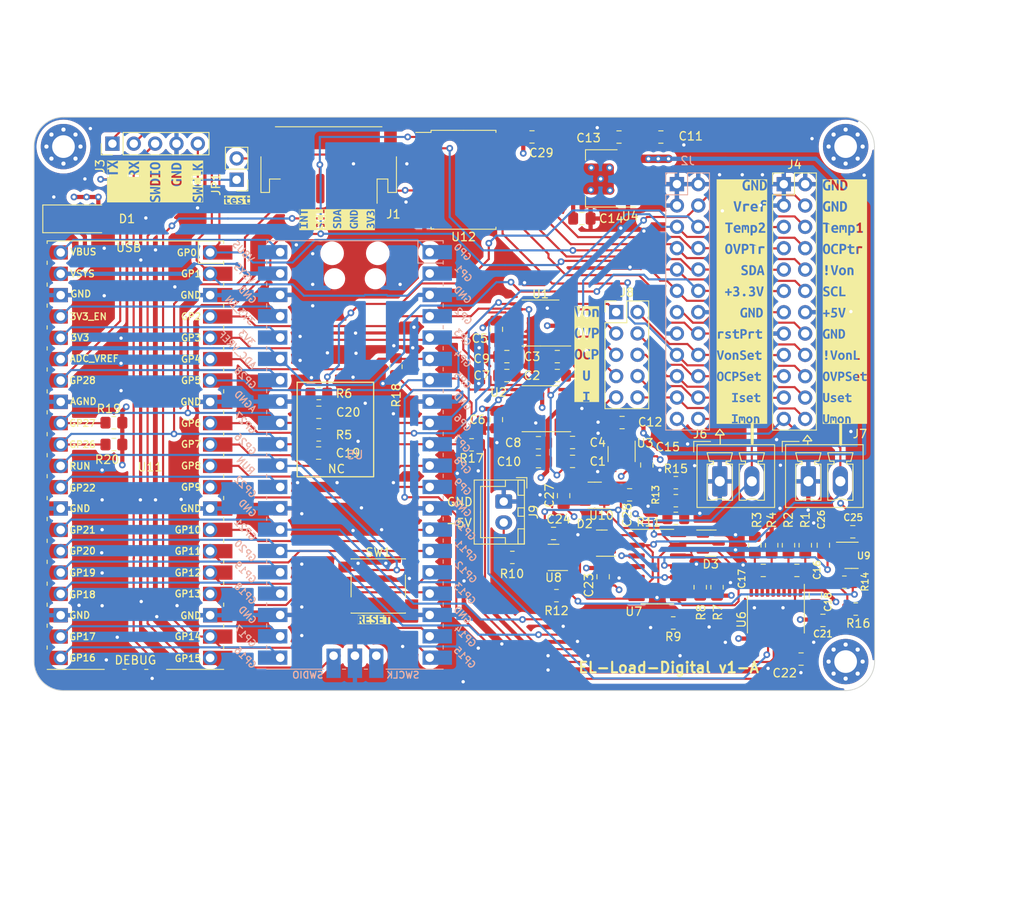
<source format=kicad_pcb>
(kicad_pcb (version 20221018) (generator pcbnew)
  (title_block (title "EL-Load-Digital v${VERSION}-${PCBVERSION}") (rev "${VERSION}-${PCBVERSION}"))
  (layers (0 "F.Cu" signal) (1 "In1.Cu" signal) (2 "In2.Cu" signal) (31 "B.Cu" mixed) (34 "B.Paste" user) (35 "F.Paste" user) (36 "B.SilkS" user "B.Silkscreen") (37 "F.SilkS" user "F.Silkscreen") (38 "B.Mask" user) (39 "F.Mask" user) (44 "Edge.Cuts" user))
  (property "PCBVERSION" "A")
  (property "VERSION" "1")
  (net 0 "")
  (net 1 "Vref")
  (net 2 "GND")
  (net 3 "+3.3VD")
  (net 4 "+3.0VA")
  (net 5 "+5V")
  (net 6 "Net-(U6-AIN0P)")
  (net 7 "Net-(U6-AIN0N)")
  (net 8 "Net-(U6-AIN1P)")
  (net 9 "Net-(U6-AIN1N)")
  (net 10 "/GPIO18")
  (net 11 "/GPIO19")
  (net 12 "-2V5")
  (net 13 "+3.3V")
  (net 14 "Temp1")
  (net 15 "Temp2")
  (net 16 "OCPtriggered")
  (net 17 "OVPtriggered")
  (net 18 "~{Von}")
  (net 19 "SDA")
  (net 20 "SCL")
  (net 21 "resetProt")
  (net 22 "~{VonLatch}")
  (net 23 "Vonset")
  (net 24 "OVPset")
  (net 25 "OCPset")
  (net 26 "Uset")
  (net 27 "Iset")
  (net 28 "Umon")
  (net 29 "Imon")
  (net 30 "/SWCLK")
  (net 31 "/SWDIO")
  (net 32 "/PICO_VSYS")
  (net 33 "Net-(U6-CAP)")
  (net 34 "TX")
  (net 35 "RX")
  (net 36 "Net-(D2-K-Pad1)")
  (net 37 "Net-(D2-A)")
  (net 38 "Net-(D3-K-Pad1)")
  (net 39 "Net-(D3-A)")
  (net 41 "Net-(J8-Pin_1)")
  (net 42 "Net-(J8-Pin_3)")
  (net 43 "ADC_CLK")
  (net 44 "Net-(R11-Pad2)")
  (net 45 "Net-(R12-Pad2)")
  (net 46 "Net-(J8-Pin_5)")
  (net 47 "Net-(J8-Pin_7)")
  (net 48 "Net-(J8-Pin_9)")
  (net 49 "Net-(J9-Pin_2)")
  (net 50 "ADC_RDY")
  (net 51 "Net-(U9--)")
  (net 52 "SPI0_TX")
  (net 53 "/PICO_RUN")
  (net 54 "DAC1_CS")
  (net 55 "SPI0_SCK")
  (net 56 "Net-(U10--)")
  (net 57 "Net-(U6-CLKIN)")
  (net 58 "Net-(U10-+)")
  (net 59 "Net-(U9-+)")
  (net 60 "DAC2_CS")
  (net 61 "Net-(U6-~{DRDY})")
  (net 62 "/HI_Clamp")
  (net 63 "Net-(U6-DOUT)")
  (net 70 "SPI0_RX")
  (net 71 "/GPIO8")
  (net 72 "/GPIO9")
  (net 73 "/GPIO10")
  (net 74 "/GPIO11")
  (net 75 "/GPIO12")
  (net 76 "/GPIO13")
  (net 77 "HW_INT")
  (net 78 "/GPIO15")
  (net 79 "/GPIO16")
  (net 80 "/GPIO17")
  (net 81 "ADC_CS")
  (net 82 "/GPIO22")
  (net 83 "/GPIO28")
  (net 84 "/PICO_3V3")
  (net 85 "/PICO_3V3_EN")
  (net 86 "/PICO_VBUS")
  (net 91 "KEYS_INT")
  (footprint "Resistor_SMD:R_0805_2012Metric_Pad1.20x1.40mm_HandSolder" (layer "F.Cu") (at 58.37525 63.545)
    (fp_text reference "R5")
    (fp_text value "2k2")
  )
  (footprint "kibuzzard-635D1B7E" (layer "F.Cu") (at 108.71625 47.675)
    (fp_text reference "kibuzzard-635D1B7E" hide)
    (fp_text value "G***" hide)
  )
  (footprint "Package_TO_SOT_SMD:SOT-23" (layer "F.Cu") (at 105.00625 76.425)
    (fp_text reference "D3")
    (fp_text value "BAV99")
  )
  (footprint "Resistor_SMD:R_0805_2012Metric_Pad1.20x1.40mm_HandSolder" (layer "F.Cu") (at 122.25625 84.275)
    (fp_text reference "R16")
    (fp_text value "100k 0.1%")
  )
  (footprint "Capacitor_SMD:C_0805_2012Metric_Pad1.18x1.45mm_HandSolder" (layer "F.Cu") (at 118.35625 85.625)
    (fp_text reference "C21")
    (fp_text value "1u")
  )
  (footprint "Resistor_SMD:R_0805_2012Metric_Pad1.20x1.40mm_HandSolder" (layer "F.Cu") (at 58.38465 58.6174)
    (fp_text reference "R6")
    (fp_text value "2k2")
  )
  (footprint "Capacitor_SMD:C_0805_2012Metric_Pad1.18x1.45mm_HandSolder" (layer "F.Cu") (at 115.75625 90.225)
    (fp_text reference "C22")
    (fp_text value "220n")
  )
  (footprint "Capacitor_SMD:C_0805_2012Metric_Pad1.18x1.45mm_HandSolder" (layer "F.Cu") (at 117.45625 82.625 -90)
    (fp_text reference "C18")
    (fp_text value "1u")
  )
  (footprint "Package_SO:TSSOP-16_4.4x5mm_P0.65mm" (layer "F.Cu") (at 84.75625 60.425 180)
    (fp_text reference "U2")
    (fp_text value "DAC8555")
  )
  (footprint "Capacitor_SMD:C_0805_2012Metric_Pad1.18x1.45mm_HandSolder" (layer "F.Cu") (at 86.75625 56.475)
    (fp_text reference "C2")
    (fp_text value "1u")
  )
  (footprint "Resistor_SMD:R_0805_2012Metric_Pad1.20x1.40mm_HandSolder" (layer "F.Cu") (at 116.25625 76.675 -90)
    (fp_text reference "R1")
    (fp_text value "1k")
  )
  (footprint "kibuzzard-6429B73A" (layer "F.Cu") (at 60.55625 37.925 90)
    (fp_text reference "kibuzzard-6429B73A" hide)
    (fp_text value "G***" hide)
  )
  (footprint "Connector_PinHeader_2.54mm:PinHeader_1x02_P2.54mm_Vertical" (layer "F.Cu") (at 48.60625 33.175 180)
    (fp_text reference "JP1")
    (fp_text value "Test / Keys Int")
  )
  (footprint "Package_SO:SOIC-18W_7.5x11.6mm_P1.27mm" (layer "F.Cu") (at 75.59375 33.175)
    (fp_text reference "U12")
    (fp_text value "MCP23008-xSO")
  )
  (footprint "Capacitor_SMD:C_0805_2012Metric_Pad1.18x1.45mm_HandSolder" (layer "F.Cu") (at 84.50625 64.475 180)
    (fp_text reference "C8")
    (fp_text value "100n")
  )
  (footprint "Capacitor_SMD:C_0805_2012Metric_Pad1.18x1.45mm_HandSolder" (layer "F.Cu") (at 80.75625 54.225 180)
    (fp_text reference "C9")
    (fp_text value "10u")
  )
  (footprint "Capacitor_SMD:C_0805_2012Metric_Pad1.18x1.45mm_HandSolder" (layer "F.Cu") (at 94.46225 62.075 180)
    (fp_text reference "C12")
    (fp_text value "1u")
  )
  (footprint "Capacitor_SMD:C_0805_2012Metric_Pad1.18x1.45mm_HandSolder" (layer "F.Cu") (at 86.75625 54.225)
    (fp_text reference "C3")
    (fp_text value "100n")
  )
  (footprint "Capacitor_SMD:C_0805_2012Metric_Pad1.18x1.45mm_HandSolder" (layer "F.Cu") (at 92.20625 80.425 -90)
    (fp_text reference "C23")
    (fp_text value "1u")
  )
  (footprint "Capacitor_SMD:C_0805_2012Metric_Pad1.18x1.45mm_HandSolder" (layer "F.Cu") (at 89.67745 37.7894)
    (fp_text reference "C14")
    (fp_text value "22u")
  )
  (footprint "Resistor_SMD:R_0805_2012Metric_Pad1.20x1.40mm_HandSolder" (layer "F.Cu") (at 67.55625 55.425 90)
    (fp_text reference "R18")
    (fp_text value "47")
  )
  (footprint "Capacitor_SMD:C_0805_2012Metric_Pad1.18x1.45mm_HandSolder" (layer "F.Cu") (at 84.50625 66.725 180)
    (fp_text reference "C10")
    (fp_text value "10u")
  )
  (footprint "Resistor_SMD:R_0805_2012Metric_Pad1.20x1.40mm_HandSolder" (layer "F.Cu") (at 86.65625 82.675)
    (fp_text reference "R12")
    (fp_text value "100k 0.1%")
  )
  (footprint "Package_SO:TSSOP-20_4.4x6.5mm_P0.65mm" (layer "F.Cu") (at 112.75625 84.925 -90)
    (fp_text reference "U6")
    (fp_text value "ADS131M02")
  )
  (footprint "MountingHole:MountingHole_2.7mm_M2.5_Pad_Via" (layer "F.Cu") (at 121.05625 29.225)
    (fp_text reference "H2" hide)
    (fp_text value "MountingHole")
  )
  (footprint "Resistor_SMD:R_0805_2012Metric_Pad1.20x1.40mm_HandSolder" (layer "F.Cu") (at 103.75625 81.675 90)
    (fp_text reference "R8")
    (fp_text value "10k")
  )
  (footprint "Capacitor_SMD:C_0805_2012Metric_Pad1.18x1.45mm_HandSolder" (layer "F.Cu") (at 88.56785 66.6959)
    (fp_text reference "C1")
    (fp_text value "1u")
  )
  (footprint "kibuzzard-63C41DE1" (layer "F.Cu") (at 48.65625 35.575)
    (fp_text reference "kibuzzard-63C41DE1" hide)
    (fp_text value "G***" hide)
  )
  (footprint "Resistor_SMD:R_0805_2012Metric_Pad1.20x1.40mm_HandSolder" (layer "F.Cu") (at 100.85625 73.475)
    (fp_text reference "R11")
    (fp_text value "100k 0.1%")
  )
  (footprint "Capacitor_SMD:C_0805_2012Metric_Pad1.18x1.45mm_HandSolder" (layer "F.Cu") (at 118.40625 76.675 -90)
    (fp_text reference "C26")
    (fp_text value "100n")
  )
  (footprint "MountingHole:MountingHole_2.7mm_M2.5_Pad_Via" (layer "F.Cu") (at 28.00625 29.225)
    (fp_text reference "H1" hide)
    (fp_text value "MountingHole")
  )
  (footprint "Connector_PinHeader_2.54mm:PinHeader_2x05_P2.54mm_Vertical" (layer "F.Cu") (at 93.75625 48.925)
    (fp_text reference "J8")
    (fp_text value "Conn_02x05_Odd_Even")
  )
  (footprint "Connector_PinHeader_2.54mm:PinHeader_2x12_P2.54mm_Vertical" (layer "F.Cu") (at 113.70085 33.7)
    (fp_text reference "J4")
    (fp_text value "Conn_02x12_Counter_Clockwise")
  )
  (footprint "Package_TO_SOT_SMD:SOT-23" (layer "F.Cu") (at 92.05225 76.425 180)
    (fp_text reference "D2")
    (fp_text value "BAV99")
  )
  (footprint "Package_SO:SOIC-14_3.9x8.7mm_P1.27mm" (layer "F.Cu") (at 98.65625 79.219)
    (fp_text reference "U7")
    (fp_text value "MCP6004")
  )
  (footprint "Pico:RPi_Pico_REVERSED_HEADER_SMD_TH" (layer "F.Cu") (at 34.76625 65.955)
    (fp_text reference "U11")
    (fp_text value "Pico Header")
  )
  (footprint "Connector_Phoenix_MC:PhoenixContact_MCV_1,5_2-G-3.81_1x02_P3.81mm_Vertical" (layer "F.Cu") (at 116.61875 69.0675)
    (fp_text reference "J7")
    (fp_text value "Umon" hide)
  )
  (footprint "Resistor_SMD:R_0805_2012Metric_Pad1.20x1.40mm_HandSolder" (layer "F.Cu") (at 34.00625 62.08725)
    (fp_text reference "R19")
    (fp_text value "10k")
  )
  (footprint "Package_TO_SOT_SMD:SOT-23-5_HandSoldering" (layer "F.Cu") (at 94.40625 65.825 -90)
    (fp_text reference "U3")
    (fp_text value "TPS7A2030")
  )
  (footprint "kibuzzard-635D1AE8" (layer "F.Cu") (at 120.96625 47.675)
    (fp_text reference "kibuzzard-635D1AE8" hide)
    (fp_text value "G***" hide)
  )
  (footprint "Diode_SMD:D_SMA_Handsoldering" (layer "F.Cu") (at 30.05625 37.825)
    (fp_text reference "D1")
    (fp_text value "D_Schottky")
  )
  (footprint "Resistor_SMD:R_0805_2012Metric_Pad1.20x1.40mm_HandSolder" (layer "F.Cu") (at 120.90625 81.075)
    (fp_text reference "R14")
    (fp_text value "10k 0.1%")
  )
  (footprint "Capacitor_SMD:C_0805_2012Metric_Pad1.18x1.45mm_HandSolder" (layer "F.Cu") (at 121.90625 75.075 180)
    (fp_text reference "C25")
    (fp_text value "100n")
  )
  (footprint "Resistor_SMD:R_0805_2012Metric_Pad1.20x1.40mm_HandSolder" (layer "F.Cu") (at 34.00625 64.68725)
    (fp_text reference "R20")
    (fp_text value "10k")
  )
  (footprint "MountingHole:MountingHole_2.7mm_M2.5_Pad_Via" (layer "F.Cu") (at 121.05625 90.525)
    (fp_text reference "H3" hide)
    (fp_text value "MountingHole")
  )
  (footprint "Resistor_SMD:R_0805_2012Metric_Pad1.20x1.40mm_HandSolder" (layer "F.Cu") (at 81.40625 78.125)
    (fp_text reference "R10")
    (fp_text value "220")
  )
  (footprint "Connector_JST:JST_XH_B2B-XH-A_1x02_P2.50mm_Vertical" (layer "F.Cu") (at 80.38125 71.475 -90)
    (fp_text reference "J9")
    (fp_text value "-5PWR")
  )
  (footprint "Capacitor_SMD:C_0805_2012Metric_Pad1.18x1.45mm_HandSolder" (layer "F.Cu") (at 79.50625 61.725 -90)
    (fp_text reference "C6")
    (fp_text value "100n")
  )
  (footprint "kibuzzard-635D1A4A" (layer "F.Cu") (at 38.90625 33.375 90)
    (fp_text reference "kibuzzard-635D1A4A" hide)
    (fp_text value "G***" hide)
  )
  (footprint "Capacitor_SMD:C_0805_2012Metric_Pad1.18x1.45mm_HandSolder" (layer "F.Cu") (at 83.74375 28.075)
    (fp_text reference "C29")
    (fp_text value "100n")
  )
  (footprint "Connector_Phoenix_MC:PhoenixContact_MCV_1,5_2-G-3.81_1x02_P3.81mm_Vertical" (layer "F.Cu") (at 106.08475 69.0675)
    (fp_text reference "J6")
    (fp_text value "Imon" hide)
  )
  (footprint "Capacitor_SMD:C_0805_2012Metric_Pad1.18x1.45mm_HandSolder" (layer "F.Cu") (at 94.09705 28.0866 180)
    (fp_text reference "C13")
    (fp_text value "10u")
  )
  (footprint "Resistor_SMD:R_0805_2012Metric_Pad1.20x1.40mm_HandSolder" (layer "F.Cu") (at 76.55625 64.725 180)
    (fp_text reference "R17")
    (fp_text value "47")
  )
  (footprint "Connector_JST:JST_PH_S6B-PH-SM4-TB_1x06-1MP_P2.00mm_Horizontal" (layer "F.Cu") (at 59.55625 31.375 180)
    (fp_text reference "J1")
    (fp_text value "Conn_01x06_Male")
  )
  (footprint "Resistor_SMD:R_0805_2012Metric_Pad1.20x1.40mm_HandSolder" (layer "F.Cu") (at 100.85625 71.375)
    (fp_text reference "R13")
    (fp_text value "10k 0.1%")
  )
  (footprint "Resistor_SMD:R_0805_2012Metric_Pad1.20x1.40mm_HandSolder" (layer "F.Cu") (at 100.85625 69.225)
    (fp_text reference "R15")
    (fp_text value "100k 0.1%")
  )
  (footprint "Connector_PinHeader_2.54mm:PinHeader_1x05_P2.54mm_Vertical" (layer "F.Cu") (at 33.83125 28.875 90)
    (fp_text reference "J3")
    (fp_text value "Conn_01x05_Male")
  )
  (footprint "Capacitor_SMD:C_0805_2012Metric_Pad1.18x1.45mm_HandSolder" (layer "F.Cu") (at 80.75625 56.475 180)
    (fp_text reference "C7")
    (fp_text value "100n")
  )
  (footprint "Capacitor_SMD:C_0805_2012Metric_Pad1.18x1.45mm_HandSolder" (layer "F.Cu") (at 111.25625 79.675)
    (fp_text reference "C17")
    (fp_text value "10n")
  )
  (footprint "Resistor_SMD:R_0805_2012Metric_Pad1.20x1.40mm_HandSolder" (layer "F.Cu") (at 112.25625 76.675 -90)
    (fp_text reference "R4")
    (fp_text value "1k")
  )
  (footprint "Package_TO_SOT_SMD:SOT-23-5" (layer "F.Cu") (at 121.75625 77.875)
    (fp_text reference "U9")
    (fp_text value "MCP6V51")
  )
  (footprint "Package_TO_SOT_SMD:SOT-23" (layer "F.Cu") (at 86.30625 78.125 180)
    (fp_text reference "U8")
    (fp_text value "TL431DBZ")
  )
  (footprint "kibuzzard-635D1C19" (layer "F.Cu") (at 90.25625 53.925)
    (fp_text reference "kibuzzard-635D1C19" hide)
    (fp_text value "G***" hide)
  )
  (footprint "Button_Switch_SMD:SW_Push_1P1T_NO_6x6mm_H9.5mm" (layer "F.Cu") (at 65.45625 81.525)
    (fp_text reference "SW1")
    (fp_text value "Pico Reset")
  )
  (footprint "Package_TO_SOT_SMD:SOT-23-5" (layer "F.Cu") (at 91.20625 70.725 180)
    (fp_text reference "U10")
    (fp_text value "MCP6V51")
  )
  (footprint "Capacitor_SMD:C_0805_2012Metric_Pad1.18x1.45mm_HandSolder" (layer "F.Cu") (at 87.50625 70.775 90)
    (fp_text reference "C27")
    (fp_text value "100n")
  )
  (footprint "Capacitor_SMD:C_0805_2012Metric_Pad1.18x1.45mm_HandSolder" (layer "F.Cu") (at 95.35625 70.675 180)
    (fp_text reference "C28")
    (fp_text value "100n")
  )
  (footprint "Resistor_SMD:R_0805_2012Metric_Pad1.20x1.40mm_HandSolder" (layer "F.Cu") (at 105.75625 81.675 -90)
    (fp_text reference "R7")
    (fp_text value "2k")
  )
  (footprint "Capacitor_SMD:C_0805_2012Metric_Pad1.18x1.45mm_HandSolder" (layer "F.Cu") (at 58.35925 65.704)
    (fp_text reference "C19")
    (fp_text value "100n")
  )
  (footprint "Capacitor_SMD:C_0805_2012Metric_Pad1.18x1.45mm_HandSolder" (layer "F.Cu") (at 79.50625 50.975 -90)
    (fp_text reference "C5")
    (fp_text value "100n")
  )
  (footprint "kibuzzard-63C41D86" (layer "F.Cu") (at 64.95625 85.525)
    (fp_text reference "kibuzzard-63C41D86" hide)
    (fp_text value "G***" hide)
  )
  (footprint "Resistor_SMD:R_0805_2012Metric_Pad1.20x1.40mm_HandSolder" (layer "F.Cu") (at 110.25625 76.675 -90)
    (fp_text reference "R3")
    (fp_text value "1k")
  )
  (footprint "Capacitor_SMD:C_0805_2012Metric_Pad1.18x1.45mm_HandSolder" (layer "F.Cu") (at 99.07545 28.0866)
    (fp_text reference "C11")
    (fp_text value "1u")
  )
  (footprint "Capacitor_SMD:C_0805_2012Metric_Pad1.18x1.45mm_HandSolder" (layer "F.Cu") (at 86.30625 75.275 180)
    (fp_text reference "C24")
    (fp_text value "1u")
  )
  (footprint "Resistor_SMD:R_0805_2012Metric_Pad1.20x1.40mm_HandSolder" (layer "F.Cu") (at 100.54865 85.925 180)
    (fp_text reference "R9")
    (fp_text value "47")
  )
  (footprint "Capacitor_SMD:C_0805_2012Metric_Pad1.18x1.45mm_HandSolder" (layer "F.Cu") (at 88.56785 64.4459)
    (fp_text reference "C4")
    (fp_text value "10n")
  )
  (footprint "Package_TO_SOT_SMD:SOT-223-3_TabPin2" (layer "F.Cu") (at 92.01945 33.0114 180)
    (fp_text reference "U4")
    (fp_text value "AMS1117-3.3")
  )
  (footprint "Capacitor_SMD:C_0805_2012Metric_Pad1.18x1.45mm_HandSolder" (layer "F.Cu") (at 97.40625 67.125 -90)
    (fp_text reference "C15")
    (fp_text value "1u")
  )
  (footprint "Capacitor_SMD:C_0805_2012Metric_Pad1.18x1.45mm_HandSolder" (layer "F.Cu") (at 58.38465 60.8526)
    (fp_text reference "C20")
    (fp_text value "100n")
  )
  (footprint "Package_SO:TSSOP-16_4.4x5mm_P0.65mm" (layer "F.Cu") (at 84.75625 50.225 180)
    (fp_text reference "U1")
    (fp_text value "DAC8555")
  )
  (footprint "Resistor_SMD:R_0805_2012Metric_Pad1.20x1.40mm_HandSolder" (layer "F.Cu") (at 114.25625 76.675 -90)
    (fp_text reference "R2")
    (fp_text value "1k")
  )
  (footprint "Capacitor_SMD:C_0805_2012Metric_Pad1.18x1.45mm_HandSolder" (layer "F.Cu") (at 115.25625 79.675 180)
    (fp_text reference "C16")
    (fp_text value "10n")
  )
  (footprint "Pico:RPi_Pico_SMD_TH" (layer "B.Cu") (at 62.68125 65.925 180)
    (fp_text reference "U5")
    (fp_text value "Pico")
  )
  (footprint "Connector_PinSocket_2.54mm:PinSocket_2x12_P2.54mm_Vertical" (layer "B.Cu") (at 100.98585 33.6946 180)
    (fp_text reference "J2")
    (fp_text value "Conn_02x12_Counter_Clockwise")
  )
  (gr_line (start 116.55065 64.7134) (end 116.55065 64.2562) (stroke (width 0.15)) (layer "F.SilkS"))
  (gr_line (start 106.13665 63.545) (end 106.59385 63.545) (stroke (width 0.15)) (layer "F.SilkS"))
  (gr_line (start 106.13665 63.545) (end 105.57785 63.545) (stroke (width 0.15)) (layer "F.SilkS"))
  (gr_line (start 109.94665 64.5102) (end 109.94665 64.6626) (stroke (width 0.15)) (layer "F.SilkS"))
  (gr_line (start 116.55065 64.2562) (end 117.00785 64.2562) (stroke (width 0.15)) (layer "F.SilkS"))
  (gr_line (start 120.46225 64.6626) (end 120.46225 62.275) (stroke (width 0.35)) (layer "F.SilkS"))
  (gr_rect (start 55.80625 57.275) (end 64.90625 68.525) (stroke (width 0.15)) (fill none) (layer "F.SilkS"))
  (gr_line (start 116.55065 64.2562) (end 115.99185 64.2562) (stroke (width 0.15)) (layer "F.SilkS"))
  (gr_line (start 109.94665 62.275) (end 109.94665 64.5102) (stroke (width 0.35)) (layer "F.SilkS"))
  (gr_line (start 105.57785 63.545) (end 106.08585 62.8846) (stroke (width 0.15)) (layer "F.SilkS"))
  (gr_line (start 115.99185 64.2562) (end 116.49985 63.5958) (stroke (width 0.15)) (layer "F.SilkS"))
  (gr_line (start 106.08585 62.8846) (end 106.59385 63.4942) (stroke (width 0.15)) (layer "F.SilkS"))
  (gr_line (start 106.13665 64.6626) (end 106.13665 63.545) (stroke (width 0.15)) (layer "F.SilkS"))
  (gr_line (start 116.49985 63.5958) (end 117.00785 64.2054) (stroke (width 0.15)) (layer "F.SilkS"))
  (gr_arc (start 28.00625 93.975) (mid 25.531376 92.949874) (end 24.50625 90.475) (stroke (width 0.1)) (layer "Edge.Cuts"))
  (gr_line (start 28.00625 93.975) (end 121.00625 93.975) (stroke (width 0.1)) (layer "Edge.Cuts"))
  (gr_arc (start 120.981376 25.725) (mid 123.456233 26.750135) (end 124.481376 29.225) (stroke (width 0.1)) (layer "Edge.Cuts"))
  (gr_line (start 120.981376 25.725) (end 28.00625 25.725) (stroke (width 0.1)) (layer "Edge.Cuts"))
  (gr_arc (start 124.50625 90.475) (mid 123.481124 92.949874) (end 121.00625 93.975) (stroke (width 0.1)) (layer "Edge.Cuts"))
  (gr_line (start 124.50625 90.475) (end 124.481376 29.225) (stroke (width 0.1)) (layer "Edge.Cuts"))
  (gr_arc (start 24.50625 29.225) (mid 25.531376 26.750126) (end 28.00625 25.725) (stroke (width 0.1)) (layer "Edge.Cuts"))
  (gr_line (start 24.50625 29.225) (end 24.50625 90.475) (stroke (width 0.1)) (layer "Edge.Cuts"))
  (gr_text "-5V" (at 75.05625 74.025) (layer "F.SilkS") (effects (font (size 1 1))))
  (gr_text "GND" (at 75.15625 71.525) (layer "F.SilkS") (effects (font (size 1 1))))
  (gr_text "NC" (at 59.35625 68.175) (layer "F.SilkS") (effects (font (size 1 1) (thickness 0.15) bold) (justify left bottom)))
  (gr_text "EL-Load-Digital v${VERSION}-${PCBVERSION}" (at 100.00625 91.231) (layer "F.SilkS") (effects (font (size 1.25 1.25) (thickness 0.25))))
  (segment (start 85.71875 54.225) (end 85.71875 51.9589) (width 0.25) (layer "F.Cu") (net 1))
  (segment (start 86.91005 61.4) (end 87.61875 61.4) (width 0.25) (layer "F.Cu") (net 1))
  (segment (start 87.53035 67.5009) (end 87.53035 66.6959) (width 0.25) (layer "F.Cu") (net 1))
  (segment (start 86.70625 68.325) (end 87.53035 67.5009) (width 0.25) (layer "F.Cu") (net 1))
  (segment (start 102.37745 37.3322) (end 102.42825 37.3322) (width 0.25) (layer "F.Cu") (net 1))
  (segment (start 86.55625 61.7538) (end 86.91005 61.4) (width 0.25) (layer "F.Cu") (net 1))
  (segment (start 85.71875 56.475) (end 85.71875 58.5703) (width 0.25) (layer "F.Cu") (net 1))
  (segment (start 114.99625 34.9954) (end 104.76505 34.9954) (width 0.25) (layer "F.Cu") (net 1))
  (segment (start 85.71875 58.5703) (end 85.96905 58.8206) (width 0.25) (layer "F.Cu") (net 1))
  (segment (start 97.424 37.5996) (end 102.11005 37.5996) (width 0.25) (layer "F.Cu") (net 1))
  (segment (start 97.0241 37.9995) (end 97.424 37.5996) (width 0.25) (layer "F.Cu") (net 1))
  (segment (start 87.53035 64.4459) (end 87.53035 66.6959) (width 0.25) (layer "F.Cu") (net 1))
  (segment (start 85.71875 54.225) (end 85.71875 56.475) (width 0.25) (layer "F.Cu") (net 1))
  (segment (start 86.47765 51.2) (end 85.71875 51.9589) (width 0.25) (layer "F.Cu") (net 1))
  (segment (start 87.53035 64.4459) (end 86.55625 63.4718) (width 0.25) (layer "F.Cu") (net 1))
  (segment (start 104.76505 34.9954) (end 103.52585 36.2346) (width 0.25) (layer "F.Cu") (net 1))
  (segment (start 87.61875 51.2) (end 86.47765 51.2) (width 0.25) (layer "F.Cu") (net 1))
  (segment (start 102.42825 37.3322) (end 103.52585 36.2346) (width 0.25) (layer "F.Cu") (net 1))
  (segment (start 86.55625 63.4718) (end 86.55625 61.7538) (width 0.25) (layer "F.Cu") (net 1))
  (segment (start 102.11005 37.5996) (end 102.37745 37.3322) (width 0.25) (layer "F.Cu") (net 1))
  (segment (start 116.24085 36.24) (end 114.99625 34.9954) (width 0.25) (layer "F.Cu") (net 1))
  (via (at 97.0241 37.9995) (size 0.8) (drill 0.4) (layers "F.Cu" "B.Cu") (net 1))
  (via (at 86.70625 68.325) (size 0.8) (drill 0.4) (layers "F.Cu" "B.Cu") (net 1))
  (via (at 85.96905 58.8206) (size 0.8) (drill 0.4) (layers "F.Cu" "B.Cu") (net 1))
  (segment (start 89.82985 54.9598) (end 85.96905 58.8206) (width 0.25) (layer "B.Cu") (net 1))
  (segment (start 86.70625 68.325) (end 85.96905 67.5878) (width 0.25) (layer "B.Cu") (net 1))
  (segment (start 97.0241 38.01195) (end 89.82985 45.2062) (width 0.25) (layer "B.Cu") (net 1))
  (segment (start 85.96905 67.5878) (end 85.96905 58.8206) (width 0.25) (layer "B.Cu") (net 1))
  (segment (start 89.82985 45.2062) (end 89.82985 54.9598) (width 0.25) (layer "B.Cu") (net 1))
  (segment (start 97.0241 37.9995) (end 97.0241 38.01195) (width 0.25) (layer "B.Cu") (net 1))
  (segment (start 87.61875 60.1) (end 87.61875 59.45) (width 0.254) (layer "F.Cu") (net 2))
  (segment (start 115.03125 83.5648) (end 114.56945 84.0266) (width 0.254) (layer "F.Cu") (net 2))
  (segment (start 115.03125 86.6082) (end 115.03125 87.7875) (width 0.254) (layer "F.Cu") (net 2))
  (segment (start 83.46875 64.475) (end 79.58385 64.475) (width 0.5) (layer "F.Cu") (net 2))
  (segment (start 89.10985 56.475) (end 89.32185 56.687) (width 0.254) (layer "F.Cu") (net 2))
  (segment (start 79.58385 64.475) (end 79.56825 64.4594) (width 0.5) (layer "F.Cu") (net 2))
  (segment (start 83.46875 66.725) (end 83.46875 64.475) (width 0.5) (layer "F.Cu") (net 2))
  (segment (start 79.50625 62.7625) (end 81.83125 62.7625) (width 0.5) (layer "F.Cu") (net 2))
  (segment (start 85.56265 48.4574) (end 86.35525 49.25) (width 0.254) (layer "F.Cu") (net 2))
  (segment (start 114.56945 86.1464) (end 115.03125 86.6082) (width 0.254) (layer "F.Cu") (net 2))
  (segment (start 81.83125 62.7625) (end 81.89375 62.7) (width 0.5) (layer "F.Cu") (net 2))
  (segment (start 98.95625 67.725) (end 98.51875 68.1625) (width 0.254) (layer "F.Cu") (net 2))
  (segment (start 79.56825 62.8245) (end 79.50625 62.7625) (width 0.5) (layer "F.Cu") (net 2))
  (segment (start 61.66125 65.704) (end 62.80425 64.561) (width 0.5) (layer "F.Cu") (net 2))
  (segment (start 95.13625 80.489) (end 96.18125 80.489) (width 0.5) (layer "F.Cu") (net 2))
  (segment (start 86.35525 49.25) (end 87.61875 49.25) (width 0.254) (layer "F.Cu") (net 2))
  (segment (start 87.79375 56.475) (end 89.10985 56.475) (width 0.254) (layer "F.Cu") (net 2))
  (segment (start 89.32185 56.687) (end 89.32185 59.0238) (width 0.254) (layer "F.Cu") (net 2))
  (segment (start 116.777381 90.225) (end 116.79375 90.225) (width 0.254) (layer "F.Cu") (net 2))
  (segment (start 117.45625 83.6625) (end 115.12895 83.6625) (width 0.5) (layer "F.Cu") (net 2))
  (segment (start 103.75625 82.675) (end 103.48325 82.402) (width 0.254) (layer "F.Cu") (net 2))
  (segment (start 115.03125 82.0625) (end 115.03125 83.5648) (width 0.254) (layer "F.Cu") (net 2))
  (segment (start 94.40625 64.475) (end 94.40625 63.0565) (width 0.5) (layer "F.Cu") (net 2))
  (segment (start 99.11605 82.402) (end 103.48325 82.402) (width 0.254) (layer "F.Cu") (net 2))
  (segment (start 115.03125 88.478869) (end 116.777381 90.225) (width 0.254) (layer "F.Cu") (net 2))
  (segment (start 62.55625 31.325) (end 62.50625 31.275) (width 0.254) (layer "F.Cu") (net 2))
  (segment (start 89.32185 59.0238) (end 88.89565 59.45) (width 0.254) (layer "F.Cu") (net 2))
  (segment (start 81.89375 61.4) (end 81.89375 62.7) (width 0.254) (layer "F.Cu") (net 2))
  (segment (start 59.39675 65.704) (end 61.66125 65.704) (width 0.5) (layer "F.Cu") (net 2))
  (segment (start 99.11605 82.402) (end 98.61825 82.8998) (width 0.254) (layer "F.Cu") (net 2))
  (segment (start 62.80425 64.561) (end 63.05825 64.307) (width 0.5) (layer "F.Cu") (net 2))
  (segment (start 88.89565 59.45) (end 87.61875 59.45) (width 0.254) (layer "F.Cu") (net 2))
  (segment (start 87.61875 49.25) (end 87.61875 49.9) (width 0.254) (layer "F.Cu") (net 2))
  (segment (start 98.51875 68.1625) (end 97.40625 68.1625) (width 0.254) (layer "F.Cu") (net 2))
  (segment (start 79.56825 64.4594) (end 79.56825 62.8245) (width 0.5) (layer "F.Cu") (net 2))
  (segment (start 115.12895 83.6625) (end 115.03125 83.5648) (width 0.5) (layer "F.Cu") (net 2))
  (segment (start 62.55625 34.225) (end 62.55625 31.325) (width 0.254) (layer "F.Cu") (net 2))
  (segment (start 115.03125 87.7875) (end 115.03125 88.478869) (width 0.254) (layer "F.Cu") (net 2))
  (segment (start 114.56945 84.0266) (end 114.56945 86.1464) (width 0.254) (layer "F.Cu") (net 2))
  (segment (start 94.40625 63.0565) (end 93.42475 62.075) (width 0.5) (layer "F.Cu") (net 2))
  (via (at 56.35625 72.925) (size 0.8) (drill 0.4) (layers "F.Cu" "B.Cu") (net 2))
  (via (at 34.85625 58.275) (size 0.8) (drill 0.4) (layers "F.Cu" "B.Cu") (net 2))
  (via (at 94.30625 38.925) (size 0.8) (drill 0.4) (layers "F.Cu" "B.Cu") (net 2))
  (via (at 113.24865 72.2826) (size 0.8) (drill 0.4) (layers "F.Cu" "B.Cu") (net 2))
  (via (at 89.67745 60.3954) (size 0.8) (drill 0.4) (layers "F.Cu" "B.Cu") (net 2))
  (via (at 63.45625 72.225) (size 0.8) (drill 0.4) (layers "F.Cu" "B.Cu") (net 2))
  (via (at 97.05625 39.275) (size 0.8) (drill 0.4) (layers "F.Cu" "B.Cu") (net 2))
  (via (at 98.61825 82.8998) (size 0.8) (drill 0.4) (layers "F.Cu" "B.Cu") (net 2))
  (via (at 115.73785 91.8406) (size 0.8) (drill 0.4) (layers "F.Cu" "B.Cu") (net 2))
  (via (at 108.85625 79.025) (size 0.8) (drill 0.4) (layers "F.Cu" "B.Cu") (net 2))
  (via (at 117.25625 74.025) (size 0.8) (drill 0.4) (layers "F.Cu" "B.Cu") (net 2))
  (via (at 98.95625 67.725) (size 0.8) (drill 0.4) (layers "F.Cu" "B.Cu") (net 2))
  (via (at 62.50625 31.275) (size 0.8) (drill 0.4) (layers "F.Cu" "B.Cu") (net 2))
  (via (at 57.50625 56.725) (size 0.8) (drill 0.4) (layers "F.Cu" "B.Cu") (net 2))
  (via (at 68.05625 45.625) (size 0.8) (drill 0.4) (layers "F.Cu" "B.Cu") (net 2))
  (via (at 56.15625 51.825) (size 0.8) (drill 0.4) (layers "F.Cu" "B.Cu") (net 2))
  (via (at 74.85625 68.125) (size 0.8) (drill 0.4) (layers "F.Cu" "B.Cu") (net 2))
  (via (at 43.95625 36.525) (size 0.8) (drill 0.4) (layers "F.Cu" "B.Cu") (net 2))
  (via (at 77.35625 67.825) (size 0.8) (drill 0.4) (layers "F.Cu" "B.Cu") (net 2))
  (via (at 37.25625 83.375) (size 0.8) (drill 0.4) (layers "F.Cu" "B.Cu") (net 2))
  (via (at 121.68145 63.1386) (size 0.8) (drill 0.4) (layers "F.Cu" "B.Cu") (net 2))
  (via (at 62.75625 51.425) (size 0.8) (drill 0.4) (layers "F.Cu" "B.Cu") (net 2))
  (via (at 103.70625 72.875) (size 0.8) (drill 0.4) (layers "F.Cu" "B.Cu") (net 2))
  (via (at 57.65625 45.625) (size 0.8) (drill 0.4) (layers "F.Cu" "B.Cu") (net 2))
  (via (at 32.60625 74.825) (size 0.8) (drill 0.4) (layers "F.Cu" "B.Cu") (net 2))
  (via (at 62.45625 56.675) (size 0.8) (drill 0.4) (layers "F.Cu" "B.Cu") (net 2))
  (via (at 111.15625 32.575) (size 0.8) (drill 0.4) (layers "F.Cu" "B.Cu") (net 2))
  (via (at 112.84225 64.1038) (size 0.8) (drill 0.4) (layers "F.Cu" "B.Cu") (net 2))
  (via (at 32.85625 41.325) (size 0.8) (drill 0.4) (layers "F.Cu" "B.Cu") (net 2))
  (via (at 103.08865 67.2026) (size 0.8) (drill 0.4) (layers "F.Cu" "B.Cu") (net 2))
  (via (at 32.55625 77.575) (size 0.8) (drill 0.4) (layers "F.Cu" "B.Cu") (net 2))
  (via (at 32.60625 71.275) (size 0.8) (drill 0.4) (layers "F.Cu" "B.Cu") (net 2))
  (via (at 97.85625 86.475) (size 0.8) (drill 0.4) (layers "F.Cu" "B.Cu") (net 2))
  (via (at 34.85625 52.025) (size 0.8) (drill 0.4) (layers "F.Cu" "B.Cu") (net 2))
  (via (at 55.85625 69.225) (size 0.8) (drill 0.4) (layers "F.Cu" "B.Cu") (net 2))
  (via (at 34.85625 55.025) (size 0.8) (drill 0.4) (layers "F.Cu" "B.Cu") (net 2))
  (via (at 101.35625 89.825) (size 0.8) (drill 0.4) (layers "F.Cu" "B.Cu") (net 2))
  (via (at 56.35625 87.425) (size 0.8) (drill 0.4) (layers "F.Cu" "B.Cu") (net 2))
  (via (at 69.15625 80.625) (size 0.8) (drill 0.4) (layers "F.Cu" "B.Cu") (net 2))
  (via (at 32.60625 83.875) (size 0.8) (drill 0.4) (layers "F.Cu" "B.Cu") (net 2))
  (via (at 108.75625 32.575) (size 0.8) (drill 0.4) (layers "F.Cu" "B.Cu") (net 2))
  (via (at 103.30625 78.925) (size 0.8) (drill 0.4) (layers "F.Cu" "B.Cu") (net 2))
  (via (at 67.25625 61.025) (size 0.8) (drill 0.4) (layers "F.Cu" "B.Cu") (net 2))
  (via (at 80.15625 88.425) (size 0.8) (drill 0.4) (layers "F.Cu" "B.Cu") (net 2))
  (via (at 26.85625 35.225) (size 0.8) (drill 0.4) (layers "F.Cu" "B.Cu") (net 2))
  (via (at 117.25625 88.225) (size 0.8) (drill 0.4) (layers "F.Cu" "B.Cu") (net 2))
  (via (at 121.68145 48.8638) (size 0.8) (drill 0.4) (layers "F.Cu" "B.Cu") (net 2))
  (via (at 77.40625 57.425) (size 0.8) (drill 0.4) (layers "F.Cu" "B.Cu") (net 2))
  (via (at 113.60425 84.119) (size 0.8) (drill 0.4) (layers "F.Cu" "B.Cu") (net 2))
  (via (at 89.20625 75.425) (size 0.8) (drill 0.4) (layers "F.Cu" "B.Cu") (net 2))
  (via (at 56.35625 84.025) (size 0.8) (drill 0.4) (layers "F.Cu" "B.Cu") (net 2))
  (via (at 60.55625 69.225) (size 0.8) (drill 0.4) (layers "F.Cu" "B.Cu") (net 2))
  (via (at 29.85625 83.825) (size 0.8) (drill 0.4) (layers "F.Cu" "B.Cu") (net 2))
  (via (at 37.80625 37.725) (size 0.8) (drill 0.4) (layers "F.Cu" "B.Cu") (net 2))
  (via (at 67.25625 69.225) (size 0.8) (drill 0.4) (layers "F.Cu" "B.Cu") (net 2))
  (via (at 66.00625 57.425) (size 0.8) (drill 0.4) (layers "F.Cu" "B.Cu") (net 2))
  (via (at 41.51905 83.865) (size 0.8) (drill 0.4) (layers "F.Cu" "B.Cu") (net 2))
  (via (at 59.40625 53.775) (size 0.8) (drill 0.4) (layers "F.Cu" "B.Cu") (net 2))
  (via (at 37.15625 71.275) (size 0.8) (drill 0.4) (layers "F.Cu" "B.Cu") (net 2))
  (via (at 107.95625 77.225) (size 0.8) (drill 0.4) (layers "F.Cu" "B.Cu") (net 2))
  (via (at 117.05625 28.275) (size 0.8) (drill 0.4) (layers "F.Cu" "B.Cu") (net 2))
  (via (at 62.45625 74.925) (size 0.8) (drill 0.4) (layers "F.Cu" "B.Cu") (net 2))
  (via (at 75.65625 80.925) (size 0.8) (drill 0.4) (layers "F.Cu" "B.Cu") (net 2))
  (via (at 42.00625 71.225) (size 0.8) (drill 0.4) (layers "F.Cu" "B.Cu") (net 2))
  (via (at 34.40625 87.625) (size 0.8) (drill 0.4) (layers "F.Cu" "B.Cu") (net 2))
  (via (at 63.05825 64.307) (size 0.8) (drill 0.4) (layers "F.Cu" "B.Cu") (net 2))
  (via (at 41.25625 45.925) (size 0.8) (drill 0.4) (layers "F.Cu" "B.Cu") (net 2))
  (via (at 66.35625 78.825) (size 0.8) (drill 0.4) (layers "F.Cu" "B.Cu") (net 2))
  (via (at 104.81585 86.405) (size 0.8) (drill 0.4) (layers "F.Cu" "B.Cu") (net 2))
  (via (at 84.70625 70.675) (size 0.8) (drill 0.4) (layers "F.Cu" "B.Cu") (net 2))
  (via (at 37.20625 42.725) (size 0.8) (drill 0.4) (layers "F.Cu" "B.Cu") (net 2))
  (via (at 110.20065 84.119) (size 0.8) (drill 0.4) (layers "F.Cu" "B.Cu") (net 2))
  (via (at 65.85625 74.825) (size 0.8) (drill 0.4) (layers "F.Cu" "B.Cu") (net 2))
  (via (at 75.55625 92.925) (size 0.8) (drill 0.4) (layers "F.Cu" "B.Cu") (net 2))
  (via (at 63.05625 78.825) (size 0.8) (drill 0.4) (layers "F.Cu" "B.Cu") (net 2))
  (via (at 107.95625 75.425) (size 0.8) (drill 0.4) (layers "F.Cu" "B.Cu") (net 2))
  (via (at 94.10625 80.575) (size 0.8) (drill 0.4) (layers "F.Cu" "B.Cu") (net 2))
  (via (at 30.55625 33.075) (size 0.8) (drill 0.4) (layers "F.Cu" "B.Cu") (net 2))
  (via (at 87.45625 86.325) (size 0.8) (drill 0.4) (layers "F.Cu" "B.Cu") (net 2))
  (via (at 77.35625 88.925) (size 0.8) (drill 0.4) (layers "F.Cu" "B.Cu") (net 2))
  (via (at 68.35625 88.725) (size 0.8) (drill 0.4) (layers "F.Cu" "B.Cu") (net 2))
  (via (at 33.10625 90.325) (size 0.8) (drill 0.4) (layers "F.Cu" "B.Cu") (net 2))
  (via (at 85.65625 91.525) (size 0.8) (drill 0.4) (layers "F.Cu" "B.Cu") (net 2))
  (via (at 57.65625 48.175) (size 0.8) (drill 0.4) (layers "F.Cu" "B.Cu") (net 2))
  (via (at 85.56265 48.4574) (size 0.8) (drill 0.4) (layers "F.Cu" "B.Cu") (net 2))
  (via (at 67.30625 52.925) (size 0.8) (drill 0.4) (layers "F.Cu" "B.Cu") (net 2))
  (via (at 55.70625 40.925) (size 0.8) (drill 0.4) (layers "F.Cu" "B.Cu") (net 2))
  (via (at 79.56825 64.4594) (size 0.8) (drill 0.4) (layers "F.Cu" "B.Cu") (net 2))
  (via (at 32.60625 79.975) (size 0.8) (drill 0.4) (layers "F.Cu" "B.Cu") (net 2))
  (via (at 84.19105 62.1226) (size 0.8) (drill 0.4) (layers "F.Cu" "B.Cu") (net 2))
  (via (at 68.75625 35.825) (size 0.8) (drill 0.4) (layers "F.Cu" "B.Cu") (net 2))
  (via (at 82.85625 45.425) (size 0.8) (drill 0.4) (layers "F.Cu" "B.Cu") (net 2))
  (via (at 106.74625 88.2338) (size 0.8) (drill 0.4) (layers "F.Cu" "B.Cu") (net 2))
  (via (at 110.91185 36.2146) (size 0.8) (drill 0.4) (layers "F.Cu" "B.Cu") (net 2))
  (via (at 91.60785 63.3418) (size 0.8) (drill 0.4) (layers "F.Cu" "B.Cu") (net 2))
  (via (at 68.85625 31.275) (size 0.8) (drill 0.4) (layers "F.Cu" "B.Cu") (net 2))
  (via (at 77.45625 53.175) (size 0.8) (drill 0.4) (layers "F.Cu" "B.Cu") (net 2))
  (via (at 106.39065 36.875) (size 0.8) (drill 0.4) (layers "F.Cu" "B.Cu") (net 2))
  (via (at 32.60625 67.725) (size 0.8) (drill 0.4) (layers "F.Cu" "B.Cu") (net 2))
  (via (at 57.65625 41.975) (size 0.8) (drill 0.4) (layers "F.Cu" "B.Cu") (net 2))
  (via (at 38.55625 92.525) (size 0.8) (drill 0.4) (layers "F.Cu" "B.Cu") (net 2))
  (via (at 91.50625 26.975) (size 0.8) (drill 0.4) (layers "F.Cu" "B.Cu") (net 2))
  (via (at 95.40625 43.575) (size 0.8) (drill 0.4) (layers "F.Cu" "B.Cu") (net 2))
  (via (at 32.85625 46.975) (size 0.8) (drill 0.4) (layers "F.Cu" "B.Cu") (net 2))
  (via (at 31.20625 27.075) (size 0.8) (drill 0.4) (layers "F.Cu" "B.Cu") (net 2))
  (via (at 123.25625 32.625) (size 0.8) (drill 0.4) (layers "F.Cu" "B.Cu") (net 2))
  (via (at 38.95625 41.525) (size 0.8) (drill 0.4) (layers "F.Cu" "B.Cu") (net 2))
  (via (at 116.60145 72.4858) (size 0.8) (drill 0.4) (layers "F.Cu" "B.Cu") (net 2))
  (via (at 85.65625 89.825) (size 0.8) (drill 0.4) (layers "F.Cu" "B.Cu") (net 2))
  (via (at 63.90625 59.775) (size 0.8) (drill 0.4) (layers "F.Cu" "B.Cu") (net 2))
  (via (at 111.82625 91.3326) (size 0.8) (drill 0.4) (layers "F.Cu" "B.Cu") (net 2))
  (via (at 97.55625 72.025) (size 0.8) (drill 0.4) (layers "F.Cu" "B.Cu") (net 2))
  (via (at 39.10625 85.175) (size 0.8) (drill 0.4) (layers "F.Cu" "B.Cu") (net 2))
  (via (at 101.80625 29.025) (size 0.8) (drill 0.4) (layers "F.Cu" "B.Cu") (net 2))
  (via (at 89.15625 88.125) (size 0.8) (drill 0.4) (layers "F.Cu" "B.Cu") (net 2))
  (via (at 91.55705 67.9138) (size 0.8) (drill 0.4) (layers "F.Cu" "B.Cu") (net 2))
  (via (at 56.15625 54.675) (size 0.8) (drill 0.4) (layers "F.Cu" "B.Cu") (net 2))
  (via (at 90.40625 89.825) (size 0.8) (drill 0.4) (layers "F.Cu" "B.Cu") (net 2))
  (via (at 106.05625 32.575) (size 0.8) (drill 0.4) (layers "F.Cu" "B.Cu") (net 2))
  (via (at 102.25625 64.625) (size 0.8) (drill 0.4) (layers "F.Cu" "B.Cu") (net 2))
  (via (at 56.35625 78.925) (size 0.8) (drill 0.4) (layers "F.Cu" "B.Cu") (net 2))
  (via (at 91.60625 62.025) (size 0.8) (drill 0.4) (layers "F.Cu" "B.Cu") (net 2))
  (via (at 62.80625 53.825) (size 0.8) (drill 0.4) (layers "F.Cu" "B.Cu") (net 2))
  (via (at 113.29945 67.1518) (size 0.8) (drill 0.4) (layers "F.Cu" "B.Cu") (net 2))
  (via (at 38.95625 71.275) (size 0.8) (drill 0.4) (layers "F.Cu" "B.Cu") (net 2))
  (via (at 69.55625 53.175) (size 0.8) (drill 0.4) (layers "F.Cu" "B.Cu") (net 2))
  (via (at 69.70625 50.725) (size 0.8) (drill 0.4) (layers "F.Cu" "B.Cu") (net 2))
  (via (at 107.35625 81.125) (size 0.8) (drill 0.4) (layers "F.Cu" "B.Cu") (net 2))
  (segment (start 77.35625 88.925) (end 77.15625 88.725) (width 0.254) (layer "B.Cu") (net 2))
  (segment (start 75.65625 80.925) (end 75.50925 81.072) (width 0.254) (layer "B.Cu") (net 2))
  (segment (start 77.15625 88.725) (end 68.35625 88.725) (width 0.254) (layer "B.Cu") (net 2))
  (segment (start 75.50925 81.072) (end 69.60325 81.072) (width 0.254) (layer "B.Cu") (net 2))
  (segment (start 69.60325 81.072) (end 69.15625 80.625) (width 0.254) (layer "B.Cu") (net 2))
  (segment (start 81.89375 49.9) (end 81.85425 49.9395) (width 0.5) (layer "F.Cu") (net 3))
  (segment (start 79.56875 60.75) (end 79.50625 60.6875) (width 0.254) (layer "F.Cu") (net 3))
  (segment (start 90.74425 34.3858) (end 90.74425 33.573) (width 1) (layer "F.Cu") (net 3))
  (segment (start 108.33195 87.7875) (end 108.32105 87.7766) (width 0.5) (layer "F.Cu") (net 3))
  (segment (start 80.26375 28.075) (end 80.24375 28.095) (width 0.254) (layer "F.Cu") (net 3))
  (segment (start 81.89375 60.75) (end 79.56875 60.75) (width 0.254) (layer "F.Cu") (net 3))
  (segment (start 90.24385 34.3858) (end 88.86945 33.0114) (width 1) (layer "F.Cu") (net 3))
  (segment (start 70.94375 34.445) (end 68.67625 34.445) (width 0.254) (layer "F.Cu") (net 3))
  (segment (start 93.03025 34.4366) (end 90.79505 34.4366) (width 1) (layer "F.Cu") (net 3))
  (segment (start 90.74425 33.573) (end 90.74425 32.0998) (width 1) (layer "F.Cu") (net 3))
  (segment (start 95.16945 33.0114) (end 89.92865 33.0114) (width 0.5) (layer "F.Cu") (net 3))
  (segment (start 93.03025 34.4366) (end 92.16665 33.573) (width 1) (layer "F.Cu") (net 3))
  (segment (start 35.00625 64.68725) (end 35.00625 67.125) (width 0.5) (layer "F.Cu") (net 3))
  (segment (start 90.79505 31.7442) (end 92.97945 31.7442) (width 1) (layer "F.Cu") (net 3))
  (segment (start 115.65625 85.525) (end 117.21875 85.525) (width 0.5) (layer "F.Cu") (net 3))
  (segment (start 81.85625 49.9375) (end 81.89375 49.9) (width 0.5) (layer "F.Cu") (net 3))
  (segment (start 89.92865 33.0114) (end 88.86945 33.0114) (width 0.5) (layer "F.Cu") (net 3))
  (segment (start 77.89185 50.7942) (end 78.74855 49.9375) (width 0.5) (layer "F.Cu") (net 3))
  (segment (start 90.79505 32.145) (end 89.92865 33.0114) (width 1) (layer "F.Cu") (net 3))
  (segment (start 90.79505 34.4366) (end 90.74425 34.3858) (width 1) (layer "F.Cu") (net 3))
  (segment (start 90.74425 34.3858) (end 90.24385 34.3858) (width 1) (layer "F.Cu") (net 3))
  (segment (start 90.74425 33.827) (end 89.92865 33.0114) (width 1) (layer "F.Cu") (net 3))
  (segment (start 91.09985 32.4554) (end 90.74425 32.0998) (width 1) (layer "F.Cu") (net 3))
  (segment (start 88.63995 33.2409) (end 88.86945 33.0114) (width 0.5) (layer "F.Cu") (net 3))
  (segment (start 90.79505 31.7442) (end 90.79505 32.145) (width 1) (layer "F.Cu") (net 3))
  (segment (start 68.67625 34.445) (end 68.65625 34.425) (width 0.254) (layer "F.Cu") (net 3))
  (segment (start 92.97945 31.7442) (end 92.97945 32.4554) (width 1) (layer "F.Cu") (net 3))
  (segment (start 70.94375 30.635) (end 70.94375 34.445) (width 0.254) (layer "F.Cu") (net 3))
  (segment (start 92.16665 33.573) (end 90.74425 33.573) (width 1) (layer "F.Cu") (net 3))
  (segment (start 82.70625 30.025) (end 82.70625 28.075) (width 0.5) (layer "F.Cu") (net 3))
  (segment (start 90.13665 31.7442) (end 88.86945 33.0114) (width 1) (layer "F.Cu") (net 3))
  (segment (start 82.70625 28.075) (end 80.26375 28.075) (width 0.254) (layer "F.Cu") (net 3))
  (segment (start 81.85425 49.9395) (end 81.85425 50.337) (width 0.5) (layer "F.Cu") (net 3))
  (segment (start 92.97945 34.3858) (end 93.03025 34.4366) (width 1) (layer "F.Cu") (net 3))
  (segment (start 77.82775 60.4462) (end 79.26495 60.4462) (width 0.5) (layer "F.Cu") (net 3))
  (segment (start 90.79505 31.7442) (end 90.13665 31.7442) (width 1) (layer "F.Cu") (net 3))
  (segment (start 92.97945 32.4554) (end 91.09985 32.4554) (width 1) (layer "F.Cu") (net 3))
  (segment (start 88.63995 37.7894) (end 88.63995 33.2409) (width 0.5) (layer "F.Cu") (net 3))
  (segment (start 35.00625 62.08725) (end 35.00625 64.68725) (width 0.5) (layer "F.Cu") (net 3))
  (segment (start 78.74855 49.9375) (end 79.50625 49.9375) (width 0.5) (layer "F.Cu") (net 3))
  (segment (start 80.09375 60.1) (end 79.50625 60.6875) (width 0.254) (layer "F.Cu") (net 3))
  (segment (start 35.00625 60.669375) (end 35.00625 62.08725) (width 0.5) (layer "F.Cu") (net 3))
  (segment (start 35.475125 60.2005) (end 35.00625 60.669375) (width 0.5) (layer "F.Cu") (net 3))
  (segment (start 117.21875 85.525) (end 117.31875 85.625) (width 0.5) (layer "F.Cu") (net 3))
  (segment (start 115.68125 87.7875) (end 115.68125 87.2625) (width 0.5) (layer "F.Cu") (net 3))
  (segment (start 115.68125 87.2625) (end 117.31875 85.625) (width 0.5) (layer "F.Cu") (net 3))
  (segment (start 90.74425 34.3858) (end 90.74425 33.827) (width 1) (layer "F.Cu") (net 3))
  (segment (start 64.80625 34.475) (end 64.55625 34.225) (width 0.254) (layer "F.Cu") (net 3))
  (segment (start 109.83125 87.7875) (end 108.33195 87.7875) (width 0.5) (layer "F.Cu") (net 3))
  (segment (start 79.50625 49.9375) (end 81.85625 49.9375) (width 0.5) (layer "F.Cu") (net 3))
  (segment (start 90.74425 32.0998) (end 90.74425 31.795) (width 1) (layer "F.Cu") (net 3))
  (segment (start 92.97945 32.4554) (end 92.97945 34.3858) (width 1) (layer "F.Cu") (net 3))
  (segment (start 79.26495 60.4462) (end 79.50625 60.6875) (width 0.5) (layer "F.Cu") (net 3))
  (segment (start 68.65625 34.425) (end 68.60625 34.475) (width 0.254) (layer "F.Cu") (net 3))
  (segment (start 81.89375 60.1) (end 80.09375 60.1) (width 0.254) (layer "F.Cu") (net 3))
  (segment (start 90.74425 31.795) (end 90.79505 31.7442) (width 1) (layer "F.Cu") (net 3))
  (segment (start 68.60625 34.475) (end 64.80625 34.475) (width 0.254) (layer "F.Cu") (net 3))
  (via (at 77.89185 50.7942) (size 0.8) (drill 0.4) (layers "F.Cu" "B.Cu") (net 3))
  (via (at 91.91265 33.065) (size 0.8) (drill 0.4) (layers "F.Cu" "B.Cu") (net 3))
  (via (at 93.03025 34.4366) (size 0.8) (drill 0.4) (layers "F.Cu" "B.Cu") (net 3))
  (via (at 92.97945 31.7442) (size 0.8) (drill 0.4) (layers "F.Cu" "B.Cu") (net 3))
  (via (at 35.475125 60.2005) (size 0.8) (drill 0.4) (layers "F.Cu" "B.Cu") (net 3))
  (via (at 90.74425 34.3858) (size 0.8) (drill 0.4) (layers "F.Cu" "B.Cu") (net 3))
  (via (at 35.00625 67.125) (size 0.8) (drill 0.4) (layers "F.Cu" "B.Cu") (net 3))
  (via (at 82.70625 30.025) (size 0.8) (drill 0.4) (layers "F.Cu" "B.Cu") (net 3))
  (via (at 90.79505 31.7442) (size 0.8) (drill 0.4) (layers "F.Cu" "B.Cu") (net 3))
  (via (at 108.32105 87.7766) (size 0.8) (drill 0.4) (layers "F.Cu" "B.Cu") (net 3))
  (via (at 68.65625 34.425) (size 0.8) (drill 0.4) (layers "F.Cu" "B.Cu") (net 3))
  (via (at 115.65625 85.525) (size 0.8) (drill 0.4) (layers "F.Cu" "B.Cu") (net 3))
  (via (at 77.82775 60.4462) (size 0.8) (drill 0.4) (layers "F.Cu" "B.Cu") (net 3))
  (segment (start 90.20625 79.3875) (end 93.00625 79.3875) (width 0.5) (layer "F.Cu") (net 4))
  (segment (start 122.94375 75.075) (end 122.94375 76.875) (width 0.254) (layer "F.Cu") (net 4))
  (segment (start 87.50625 72.025) (end 88.75625 73.275) (width 0.254) (layer "F.Cu") (net 4))
  (segment (start 84.95305 58.6174) (end 82.81065 56.475) (width 0.5) (layer "F.Cu") (net 4))
  (segment (start 89.93125 71.8125) (end 90.06875 71.675) (width 0.254) (layer "F.Cu") (net 4))
  (segment (start 84.80625 68.625) (end 85.54375 67.8875) (width 0.5) (layer "F.Cu") (net 4))
  (segment (start 96.44375 66.0875) (end 97.40625 66.0875) (width 0.254) (layer "F.Cu") (net 4))
  (segment (start 95.35625 67.475) (end 94.35625 68.475) (width 0.254) (layer "F.Cu") (net 4))
  (segment (start 120.45625 71.675) (end 122.89375 74.1125) (width 0.254) (layer "F.Cu") (net 4))
  (segment (start 119.90625 83.425) (end 118.41875 81.9375) (width 0.5) (layer "F.Cu") (net 4))
  (segment (start 85.57245 50.55) (end 85.56265 50.5402) (width 0.5) (layer "F.Cu") (net 4))
  (segment (start 96.01275 79.3875) (end 96.18125 79.219) (width 0.5) (layer "F.Cu") (net 4))
  (segment (start 81.79375 54.225) (end 81.79375 56.475) (width 0.5) (layer "F.Cu") (net 4))
  (segment (start 85.54375 67.8875) (end 85.54375 66.725) (width 0.5) (layer "F.Cu") (net 4))
  (segment (start 85.54375 64.475) (end 85.54375 66.725) (width 0.5) (layer "F.Cu") (net 4))
  (segment (start 87.61875 50.55) (end 85.57245 50.55) (width 0.5) (layer "F.Cu") (net 4))
  (segment (start 97.40625 66.0875) (end 98.598137 66.0875) (width 0.254) (layer "F.Cu") (net 4))
  (segment (start 84.95305 60.2938) (end 84.95305 58.6174) (width 0.5) (layer "F.Cu") (net 4))
  (segment (start 122.89375 74.1125) (end 122.89375 76.925) (width 0.254) (layer "F.Cu") (net 4))
  (segment (start 87.50625 71.8125) (end 89.93125 71.8125) (width 0.254) (layer "F.Cu") (net 4))
  (segment (start 95.35625 67.175) (end 95.35625 67.475) (width 0.254) (layer "F.Cu") (net 4))
  (segment (start 85.61345 61.8178) (end 85.61345 64.4053) (width 0.5) (layer "F.Cu") (net 4))
  (segment (start 95.35625 67.175) (end 96.44375 66.0875) (width 0.254) (layer "F.Cu") (net 4))
  (segment (start 115.89315 81.9375) (end 115.89025 81.9346) (width 0.5) (layer "F.Cu") (net 4))
  (segment (start 107.42825 82.675) (end 107.45745 82.6458) (width 0.5) (layer "F.Cu") (net 4))
  (segment (start 87.61875 60.75) (end 86.68125 60.75) (width 0.5) (layer "F.Cu") (net 4))
  (segment (start 86.68125 60.75) (end 85.61345 61.8178) (width 0.5) (layer "F.Cu") (net 4))
  (segment (start 118.41875 81.9375) (end 115.89315 81.9375) (width 0.5) (layer "F.Cu") (net 4))
  (segment (start 122.94375 76.875) (end 122.89375 76.925) (width 0.254) (layer "F.Cu") (net 4))
  (segment (start 105.75625 82.675) (end 107.42825 82.675) (width 0.5) (layer "F.Cu") (net 4))
  (segment (start 85.61345 64.4053) (end 85.54375 64.475) (width 0.5) (layer "F.Cu") (net 4))
  (segment (start 98.598137 66.0875) (end 98.999364 66.488727) (width 0.254) (layer "F.Cu") (net 4))
  (segment (start 87.50625 71.8125) (end 87.50625 72.025) (width 0.254) (layer "F.Cu") (net 4))
  (segment (start 93.00625 79.3875) (end 96.01275 79.3875) (width 0.5) (layer "F.Cu") (net 4))
  (segment (start 82.81065 56.475) (end 81.79375 56.475) (width 0.5) (layer "F.Cu") (net 4))
  (via (at 94.35625 68.475) (size 0.8) (drill 0.4) (layers "F.Cu" "B.Cu") (net 4))
  (via (at 88.75625 73.275) (size 0.8) (drill 0.4) (layers "F.Cu" "B.Cu") (net 4))
  (via (at 120.45625 71.675) (size 0.8) (drill 0.4) (layers "F.Cu" "B.Cu") (net 4))
  (via (at 85.56265 50.5402) (size 0.8) (drill 0.4) (layers "F.Cu" "B.Cu") (net 4))
  (via (at 84.80625 68.625) (size 0.8) (drill 0.4) (layers "F.Cu" "B.Cu") (net 4))
  (via (at 107.45745 82.6458) (size 0.8) (drill 0.4) (layers "F.Cu" "B.Cu") (net 4))
  (via (at 98.999364 66.488727) (size 0.8) (drill 0.4) (layers "F.Cu" "B.Cu") (net 4))
  (via (at 119.90625 83.425) (size 0.8) (drill 0.4) (layers "F.Cu" "B.Cu") (net 4))
  (via (at 90.20625 79.3875) (size 0.8) (drill 0.4) (layers "F.Cu" "B.Cu") (net 4))
  (via (at 84.95305 60.2938) (size 0.8) (drill 0.4) (layers "F.Cu" "B.Cu") (net 4))
  (segment (start 101.63545 48.9346) (end 100.98585 48.9346) (width 0.254) (layer "F.Cu") (net 5))
  (segment (start 95.20345 30.6774) (end 95.16945 30.7114) (width 1) (layer "F.Cu") (net 5))
  (segment (start 95.29225 62.2825) (end 95.29225 64.411) (width 0.5) (layer "F.Cu") (net 5))
  (segment (start 96.45625 62.025) (end 95.54975 62.025) (width 0.5) (layer "F.Cu") (net 5))
  (segment (start 32.15625 37.425) (end 32.55625 37.825) (width 0.5) (layer "F.Cu") (net 5))
  (segment (start 113.70085 48.94) (end 105.45085 48.94) (width 0.254) (layer "F.Cu") (net 5))
  (segment (start 102.88545 50.1846) (end 101.63545 48.9346) (width 0.254) (layer "F.Cu") (net 5))
  (segment (start 95.29225 64.411) (end 95.35625 64.475) (width 0.5) (layer "F.Cu") (net 5))
  (segment (start 95.49975 62.075) (end 95.29225 62.2825) (width 0.5) (layer "F.Cu") (net 5))
  (segment (start 95.35625 65.509) (end 95.35625 64.475) (width 0.254) (layer "F.Cu") (net 5))
  (segment (start 30.75625 35.225) (end 32.15625 35.225) (width 0.5) (layer "F.Cu") (net 5))
  (segment (start 97.00625 63.325) (end 97.00625 62.575) (width 0.5) (layer "F.Cu") (net 5))
  (segment (start 95.19425 65.671) (end 95.35625 65.509) (width 0.254) (layer "F.Cu") (net 5))
  (segment (start 95.16945 28.1215) (end 95.13455 28.0866) (width 0.508) (layer "F.Cu") (net 5))
  (segment (start 97.56825 30.7114) (end 97.60225 30.6774) (width 0.508) (layer "F.Cu") (net 5))
  (segment (start 95.16945 30.7114) (end 97.56825 30.7114) (width 0.508) (layer "F.Cu") (net 5))
  (segment (start 105.45085 48.94) (end 104.20625 50.1846) (width 0.254) (layer "F.Cu") (net 5))
  (segment (start 93.45625 64.475) (end 93.45625 65.509) (width 0.254) (layer "F.Cu") (net 5))
  (segment (start 95.54975 62.025) (end 95.49975 62.075) (width 0.5) (layer "F.Cu") (net 5))
  (segment (start 95.16945 30.7114) (end 95.16945 28.1215) (width 0.508) (layer "F.Cu") (net 5))
  (segment (start 97.00625 62.575) (end 96.45625 62.025) (width 0.5) (layer "F.Cu") (net 5))
  (segment (start 104.20625 50.1846) (end 102.88545 50.1846) (width 0.254) (layer "F.Cu") (net 5))
  (segment (start 32.15625 35.225) (end 32.15625 37.425) (width 0.5) (layer "F.Cu") (net 5))
  (segment (start 99.98985 30.6774) (end 95.20345 30.6774) (width 1) (layer "F.Cu") (net 5))
  (segment (start 95.13455 28.0866) (end 98.03795 28.0866) (width 0.508) (layer "F.Cu") (net 5))
  (segment (start 30.75625 35.225) (end 29.25625 35.225) (width 0.5) (layer "F.Cu") (net 5))
  (segment (start 93.61825 65.671) (end 95.19425 65.671) (width 0.254) (layer "F.Cu") (net 5))
  (segment (start 93.45625 65.509) (end 93.61825 65.671) (width 0.254) (layer "F.Cu") (net 5))
  (via (at 29.25625 35.225) (size 0.8) (drill 0.4) (layers "F.Cu" "B.Cu") (net 5))
  (via (at 32.15625 35.225) (size 0.8) (drill 0.4) (layers "F.Cu" "B.Cu") (net 5))
  (via (at 97.00625 63.325) (size 0.8) (drill 0.4) (layers "F.Cu" "B.Cu") (net 5))
  (via (at 30.75625 35.225) (size 0.8) (drill 0.4) (layers "F.Cu" "B.Cu") (net 5))
  (via (at 98.77065 30.6774) (size 0.8) (drill 0.4) (layers "F.Cu" "B.Cu") (net 5))
  (via (at 97.60225 30.6774) (size 0.8) (drill 0.4) (layers "F.Cu" "B.Cu") (net 5))
  (via (at 99.98985 30.6774) (size 0.8) (drill 0.4) (layers "F.Cu" "B.Cu") (net 5))
  (segment (start 106.79705 30.6774) (end 117.50865 30.6774) (width 0.5) (layer "B.Cu") (net 5))
  (segment (start 117.50865 30.6774) (end 123.25625 36.425) (width 0.5) (layer "B.Cu") (net 5))
  (segment (start 99.38025 65.7294) (end 99.38025 65.699) (width 0.5) (layer "B.Cu") (net 5))
  (segment (start 106.79705 30.6774) (end 97.60225 30.6774) (width 0.508) (layer "B.Cu") (net 5))
  (segment (start 99.38025 65.699) (end 97.00625 63.325) (width 0.5) (layer "B.Cu") (net 5))
  (segment (start 123.25625 36.425) (end 123.25625 65.7294) (width 0.5) (layer "B.Cu") (net 5))
  (segment (start 99.38025 65.7294) (end 123.25625 65.7294) (width 0.5) (layer "B.Cu") (net 5))
  (segment (start 114.935381 80.817) (end 115.38225 80.817) (width 0.254) (layer "F.Cu") (net 6))
  (segment (start 116.25625 77.675) (end 116.25625 79.6375) (width 0.254) (layer "F.Cu") (net 6))
  (segment (start 116.29375 79.9055) (end 116.29375 79.675) (width 0.254) (layer "F.Cu") (net 6))
  (segment (start 115.38225 80.817) (end 116.29375 79.9055) (width 0.254) (layer "F.Cu") (net 6))
  (segment (start 114.38125 82.0625) (end 114.38125 81.371131) (width 0.254) (layer "F.Cu") (net 6))
  (segment (start 114.38125 81.371131) (end 114.935381 80.817) (width 0.254) (layer "F.Cu") (net 6))
  (segment (start 116.25625 79.6375) (end 116.29375 79.675) (width 0.254) (layer "F.Cu") (net 6))
  (segment (start 113.73125 82.0625) (end 113.73125 80.1625) (width 0.254) (layer "F.Cu") (net 7))
  (segment (start 114.25625 77.675) (end 114.25625 79.6375) (width 0.254) (layer "F.Cu") (net 7))
  (segment (start 114.25625 79.6375) (end 114.21875 79.675) (width 0.254) (layer "F.Cu") (net 7))
  (segment (start 113.73125 80.1625) (end 114.21875 79.675) (width 0.254) (layer "F.Cu") (net 7))
  (segment (start 111.41155 80.8678) (end 111.92785 80.8678) (width 0.254) (layer "F.Cu") (net 8))
  (segment (start 110.25625 79.6375) (end 110.21875 79.675) (width 0.254) (layer "F.Cu") (net 8))
  (segment (start 111.92785 80.8678) (end 112.43125 81.3712) (width 0.254) (layer "F.Cu") (net 8))
  (segment (start 112.43125 81.3712) (end 112.43125 82.0625) (width 0.254) (layer "F.Cu") (net 8))
  (segment (start 110.21875 79.675) (end 111.41155 80.8678) (width 0.254) (layer "F.Cu") (net 8))
  (segment (start 110.25625 77.675) (end 110.25625 79.6375) (width 0.254) (layer "F.Cu") (net 8))
  (segment (start 112.29375 79.675) (end 113.08125 80.4625) (width 0.254) (layer "F.Cu") (net 9))
  (segment (start 112.25625 79.6375) (end 112.29375 79.675) (width 0.254) (layer "F.Cu") (net 9))
  (segment (start 113.08125 80.4625) (end 113.08125 82.0625) (width 0.254) (layer "F.Cu") (net 9))
  (segment (start 112.25625 77.675) (end 112.25625 79.6375) (width 0.254) (layer "F.Cu") (net 9))
  (segment (start 29.01625 81.125) (end 27.67625 82.465) (width 0.25) (layer "B.Cu") (net 10))
  (segment (start 52.48125 81.125) (end 29.01625 81.125) (width 0.25) (layer "B.Cu") (net 10))
  (segment (start 53.79125 82.435) (end 52.48125 81.125) (width 0.25) (layer "B.Cu") (net 10))
  (segment (start 53.79125 79.895) (end 52.52125 78.625) (width 0.25) (layer "B.Cu") (net 11))
  (segment (start 52.52125 78.625) (end 28.97625 78.625) (width 0.25) (layer "B.Cu") (net 11))
  (segment (start 28.97625 78.625) (end 27.67625 79.925) (width 0.25) (layer "B.Cu") (net 11))
  (segment (start 85.26875 78.025) (end 85.36875 78.125) (width 0.254) (layer "F.Cu") (net 12))
  (segment (start 92.20625 81.4625) (end 93.59375 81.4625) (width 0.254) (layer "F.Cu") (net 12))
  (segment (start 100.98725 79.075) (end 101.13125 79.219) (width 0.254) (layer "F.Cu") (net 12))
  (segment (start 85.26875 72.6875) (end 85.25625 72.675) (width 0.254) (layer "F.Cu") (net 12))
  (segment (start 85.26875 75.275) (end 85.26875 78.025) (width 0.254) (layer "F.Cu") (net 12))
  (segment (start 120.61875 77.875) (end 118.56875 77.875) (width 0.254) (layer "F.Cu") (net 12))
  (segment (start 99.49515 79.075) (end 100.98725 79.075) (width 0.254) (layer "F.Cu") (net 12))
  (segment (start 85.26875 75.275) (end 85.26875 72.6875) (width 0.254) (layer "F.Cu") (net 12))
  (segment (start 93.59375 81.4625) (end 94.10625 81.975) (width 0.254) (layer "F.Cu") (net 12))
  (segment (start 118.90625 78.2125) (end 118.40625 77.7125) (width 0.254) (layer "F.Cu") (net 12))
  (segment (start 93.71875 70.725) (end 92.34375 70.725) (width 0.254) (layer "F.Cu") (net 12))
  (segment (start 94.31875 72.1625) (end 94.00625 72.475) (width 0.254) (layer "F.Cu") (net 12))
  (segment (start 94.31875 70.675) (end 94.31875 72.1625) (width 0.254) (layer "F.Cu") (net 12))
  (segment (start 82.40625 78.125) (end 85.36875 78.125) (width 0.254) (layer "F.Cu") (net 12))
  (segment (start 118.56875 77.875) (end 118.40625 77.7125) (width 0.254) (layer "F.Cu") (net 12))
  (segment (start 94.31875 70.125) (end 93.71875 70.725) (width 0.254) (layer "F.Cu") (net 12))
  (segment (start 118.90625 79.575) (end 118.90625 78.2125) (width 0.254) (layer "F.Cu") (net 12))
  (via (at 94.00625 72.475) (size 0.8) (drill 0.4) (layers "F.Cu" "B.Cu") (net 12))
  (via (at 85.25625 72.675) (size 0.8) (drill 0.4) (layers "F.Cu" "B.Cu") (net 12))
  (via (at 99.49515 79.075) (size 0.8) (drill 0.4) (layers "F.Cu" "B.Cu") (net 12))
  (via (at 118.90625 79.575) (size 0.8) (drill 0.4) (layers "F.Cu" "B.Cu") (net 12))
  (via (at 94.10625 81.975) (size 0.8) (drill 0.4) (layers "F.Cu" "B.Cu") (net 12))
  (segment (start 103.55625 78.1088) (end 117.44005 78.1088) (width 0.254) (layer "B.Cu") (net 12))
  (segment (start 117.44005 78.1088) (end 118.90625 79.575) (width 0.254) (layer "B.Cu") (net 12))
  (segment (start 97.94005 78.1088) (end 103.55625 78.1088) (width 0.254) (layer "B.Cu") (net 12))
  (segment (start 85.45625 72.475) (end 85.25625 72.675) (width 0.254) (layer "B.Cu") (net 12))
  (segment (start 94.00625 74.175) (end 97.94005 78.1088) (width 0.254) (layer "B.Cu") (net 12))
  (segment (start 99.49515 79.075) (end 99.49515 78.1088) (width 0.254) (layer "B.Cu") (net 12))
  (segment (start 99.49515 78.1088) (end 103.55625 78.1088) (width 0.254) (layer "B.Cu") (net 12))
  (segment (start 94.00625 72.475) (end 85.45625 72.475) (width 0.254) (layer "B.Cu") (net 12))
  (segment (start 94.00625 72.475) (end 94.00625 74.175) (width 0.254) (layer "B.Cu") (net 12))
  (segment (start 103.53125 46.4) (end 108.24485 46.4) (width 0.254) (layer "F.Cu") (net 13))
  (segment (start 82.36105 46.475) (end 91.45625 46.475) (width 0.254) (layer "F.Cu") (net 13))
  (segment (start 81.24465 45.3586) (end 82.36105 46.475) (width 0.254) (layer "F.Cu") (net 13))
  (segment (start 108.24485 46.4) (end 109.43865 45.2062) (width 0.254) (layer "F.Cu") (net 13))
  (segment (start 109.43865 45.2062) (end 115.03745 45.2062) (width 0.254) (layer "F.Cu") (net 13))
  (segment (start 115.03745 45.2062) (end 116.25625 46.425) (width 0.254) (layer "F.Cu") (net 13))
  (via (at 91.45625 46.475) (size 0.8) (drill 0.4) (layers "F.Cu" "B.Cu") (net 13))
  (via (at 81.24465 45.3586) (size 0.8) (drill 0.4) (layers "F.Cu" "B.Cu") (net 13))
  (segment (start 79.51745 45.3586) (end 76.72345 48.1526) (width 0.254) (layer "B.Cu") (net 13))
  (segment (start 70.47965 48.1526) (end 68.54465 50.0876) (width 0.254) (layer "B.Cu") (net 13))
  (segment (start 27.67625 54.525) (end 28.97625 53.225) (width 0.5) (layer "B.Cu") (net 13))
  (segment (start 76.72345 48.1526) (end 70.47965 48.1526) (width 0.254) (layer "B.Cu") (net 13))
  (segment (start 64.67985 57.6014) (end 56.89765 57.6014) (width 0.254) (layer "B.Cu") (net 13))
  (segment (start 97.61285 45.0316) (end 97.05625 44.475) (width 0.254) (layer "B.Cu") (net 13))
  (segment (start 45.88078 53.225) (end 48.75625 53.225) (width 0.254) (layer "B.Cu") (net 13))
  (segment (start 68.54465 53.7366) (end 64.67985 57.6014) (width 0.254) (layer "B.Cu") (net 13))
  (segment (start 48.75625 53.225) (end 52.52125 53.225) (width 0.25) (layer "B.Cu") (net 13))
  (segment (start 81.24465 45.3586) (end 79.51745 45.3586) (width 0.254) (layer "B.Cu") (net 13))
  (segment (start 102.16285 45.0316) (end 97.61285 45.0316) (width 0.254) (layer "B.Cu") (net 13))
  (segment (start 93.45625 44.475) (end 91.45625 46.475) (width 0.254) (layer "B.Cu") (net 13))
  (segment (start 56.89765 57.6014) (end 53.79125 54.495) (width 0.254) (layer "B.Cu") (net 13))
  (segment (start 68.54465 50.0876) (end 68.54465 53.7366) (width 0.254) (layer "B.Cu") (net 13))
  (segment (start 28.97625 53.225) (end 29.50625 53.225) (width 0.5) (layer "B.Cu") (net 13))
  (segment (start 52.52125 53.225) (end 53.79125 54.495) (width 0.25) (layer "B.Cu") (net 13))
  (segment (start 29.50625 53.225) (end 44.00625 53.225) (width 0.5) (layer "B.Cu") (net 13))
  (segment (start 44.00625 53.225) (end 45.88078 53.225) (width 0.254) (layer "B.Cu") (net 13))
  (segment (start 97.05625 44.475) (end 93.45625 44.475) (width 0.254) (layer "B.Cu") (net 13))
  (segment (start 103.52585 46.3946) (end 102.16285 45.0316) (width 0.254) (layer "B.Cu") (net 13))
  (segment (start 100.99125 38.78) (end 102.18505 39.9738) (width 0.254) (layer "F.Cu") (net 14))
  (segment (start 108.57505 39.9738) (end 109.74385 38.805) (width 0.254) (layer "F.Cu") (net 14))
  (segment (start 102.18505 39.9738) (end 108.57505 39.9738) (width 0.254) (layer "F.Cu") (net 14))
  (segment (start 69.71305 63.3418) (end 59.57845 63.3418) (width 0.25) (layer "F.Cu") (net 14))
  (segment (start 109.74385 38.805) (end 113.71625 38.805) (width 0.254) (layer "F.Cu") (net 14))
  (segment (start 59.57845 63.3418) (end 59.37525 63.545) (width 0.25) (layer "F.Cu") (net 14))
  (via (at 69.71305 63.3418) (size 0.8) (drill 0.4) (layers "F.Cu" "B.Cu") (net 14))
  (segment (start 74.49445 63.3418) (end 77.10275 60.7335) (width 0.25) (layer "B.Cu") (net 14))
  (segment (start 78.65385 57.8554) (end 78.65385 50.1338) (width 0.25) (layer "B.Cu") (net 14))
  (segment (start 82.41305 46.3746) (end 85.76585 46.3746) (width 0.25) (layer "B.Cu") (net 14))
  (segment (start 87.71545 44.425) (end 87.80625 44.425) (width 0.25) (layer "B.Cu") (net 14))
  (segment (start 93.58125 38.65) (end 93.58125 38.624695) (width 0.25) (layer "B.Cu") (net 14))
  (segment (start 94.03125 38.2) (end 94.95625 37.275) (width 0.25) (layer "B.Cu") (net 14))
  (segment (start 85.76585 46.3746) (end 87.71545 44.425) (width 0.25) (layer "B.Cu") (net 14))
  (segment (start 99.20585 38.7746) (end 100.98585 38.7746) (width 0.25) (layer "B.Cu") (net 14))
  (segment (start 77.10275 59.4065) (end 78.65385 57.8554) (width 0.25) (layer "B.Cu") (net 14))
  (segment (start 69.71305 63.3418) (end 74.49445 63.3418) (width 0.25) (layer "B.Cu") (net 14))
  (segment (start 97.70625 37.275) (end 99.20585 38.7746) (width 0.25) (layer "B.Cu") (net 14))
  (segment (start 87.80625 44.425) (end 93.58125 38.65) (width 0.25) (layer "B.Cu") (net 14))
  (segment (start 94.95625 37.275) (end 97.70625 37.275) (width 0.25) (layer "B.Cu") (net 14))
  (segment (start 78.65385 50.1338) (end 82.41305 46.3746) (width 0.25) (layer "B.Cu") (net 14))
  (segment (start 94.005945 38.2) (end 94.03125 38.2) (width 0.25) (layer "B.Cu") (net 14))
  (segment (start 77.10275 60.7335) (end 77.10275 59.4065) (width 0.25) (layer "B.Cu") (net 14))
  (segment (start 93.58125 38.624695) (end 94.005945 38.2) (width 0.25) (layer "B.Cu") (net 14))
  (segment (start 68.14685 47.9494) (end 70.58525 45.511) (width 0.25) (layer "F.Cu") (net 15))
  (segment (start 114.98665 37.5354) (end 109.43865 37.5354) (width 0.25) (layer "F.Cu") (net 15))
  (segment (start 108.16865 38.8054) (end 103.55665 38.8054) (width 0.25) (layer "F.Cu") (net 15))
  (segment (start 70.58525 45.511) (end 75.71065 45.511) (width 0.25) (layer "F.Cu") (net 15))
  (segment (start 103.55665 38.8054) (end 103.53125 38.78) (width 0.25) (layer "F.Cu") (net 15))
  (segment (start 116.25625 38.805) (end 114.98665 37.5354) (width 0.25) (layer "F.Cu") (net 15))
  (segment (start 75.71065 45.511) (end 78.60625 42.6154) (width 0.25) (layer "F.Cu") (net 15))
  (segment (start 78.60625 42.6154) (end 78.60625 40.725) (width 0.254) (layer "F.Cu") (net 15))
  (segment (start 63.26145 47.9494) (end 68.14685 47.9494) (width 0.25) (layer "F.Cu") (net 15))
  (segment (start 59.38465 56.6522) (end 59.40065 56.6362) (width 0.25) (layer "F.Cu") (net 15))
  (segment (start 59.38465 58.6174) (end 59.38465 56.6522) (width 0.25) (layer "F.Cu") (net 15))
  (segment (start 109.43865 37.5354) (end 108.16865 38.8054) (width 0.25) (layer "F.Cu") (net 15))
  (segment (start 62.19465 49.0162) (end 63.26145 47.9494) (width 0.25) (layer "F.Cu") (net 15))
  (via (at 62.19465 49.0162) (size 0.8) (drill 0.4) (layers "F.Cu" "B.Cu") (net 15))
  (via (at 78.60625 40.725) (size 0.8) (drill 0.4) (layers "F.Cu" "B.Cu") (net 15))
  (via (at 59.40065 56.6362) (size 0.8) (drill 0.4) (layers "F.Cu" "B.Cu") (net 15))
  (segment (start 102.28665 37.5354) (end 99.61665 37.5354) (width 0.25) (layer "B.Cu") (net 15))
  (segment (start 62.19465 49.0162) (end 60.77225 50.4386) (width 0.25) (layer "B.Cu") (net 15))
  (segment (start 98.90625 36.825) (end 88.55625 36.825) (width 0.25) (layer "B.Cu") (net 15))
  (segment (start 99.61665 37.5354) (end 98.90625 36.825) (width 0.25) (layer "B.Cu") (net 15))
  (segment (start 88.55625 36.825) (end 85.556551 39.824699) (width 0.25) (layer "B.Cu") (net 15))
  (segment (start 79.506551 39.824699) (end 85.556551 39.824699) (width 0.254) (layer "B.Cu") (net 15))
  (segment (start 60.77225 50.4386) (end 60.77225 55.2646) (width 0.25) (layer "B.Cu") (net 15))
  (segment (start 78.60625 40.725) (end 79.506551 39.824699) (width 0.254) (layer "B.Cu") (net 15))
  (segment (start 103.52585 38.7746) (end 102.28665 37.5354) (width 0.25) (layer "B.Cu") (net 15))
  (segment (start 60.77225 55.2646) (end 59.40065 56.6362) (width 0.25) (layer "B.Cu") (net 15))
  (segment (start 79.81417 30.635) (end 80.24375 30.635) (width 0.254) (layer "F.Cu") (net 16))
  (segment (start 102.16825 42.497) (end 108.13465 42.497) (width 0.254) (layer "F.Cu") (net 16))
  (segment (start 100.99125 41.32) (end 102.16825 42.497) (width 0.254) (layer "F.Cu") (net 16))
  (segment (start 78.89175 33.52258) (end 78.89175 31.55742) (width 0.254) (layer "F.Cu") (net 16))
  (segment (start 79.17117 33.802) (end 78.89175 33.52258) (width 0.254) (layer "F.Cu") (net 16))
  (segment (start 88.45625 40.8374) (end 88.35625 40.8374) (width 0.254) (layer "F.Cu") (net 16))
  (segment (start 81.32085 33.802) (end 79.17117 33.802) (width 0.254) (layer "F.Cu") (net 16))
  (segment (start 109.28665 41.345) (end 113.71625 41.345) (width 0.254) (layer "F.Cu") (net 16))
  (segment (start 88.35625 40.8374) (end 81.32085 33.802) (width 0.254) (layer "F.Cu") (net 16))
  (segment (start 108.13465 42.497) (end 109.28665 41.345) (width 0.254) (layer "F.Cu") (net 16))
  (segment (start 100.50865 40.8374) (end 100.98585 41.3146) (width 0.25) (layer "F.Cu") (net 16))
  (segment (start 78.89175 31.55742) (end 79.81417 30.635) (width 0.254) (layer "F.Cu") (net 16))
  (segment (start 88.45625 40.8374) (end 100.50865 40.8374) (width 0.25) (layer "F.Cu") (net 16))
  (segment (start 114.98665 40.0754) (end 116.25625 41.345) (width 0.254) (layer "F.Cu") (net 17))
  (segment (start 86.60625 36.025) (end 82.48625 31.905) (width 0.254) (layer "F.Cu") (net 17))
  (segment (start 103.53125 41.32) (end 108.04165 41.32) (width 0.254) (layer "F.Cu") (net 17))
  (segment (start 103.52585 41.3146) (end 102.65038 41.3146) (width 0.254) (layer "F.Cu") (net 17))
  (segment (start 109.28625 40.0754) (end 114.98665 40.0754) (width 0.254) (layer "F.Cu") (net 17))
  (segment (start 97.384384 39.975) (end 97.357384 40.002) (width 0.254) (layer "F.Cu") (net 17))
  (segment (start 82.48625 31.905) (end 80.24375 31.905) (width 0.254) (layer "F.Cu") (net 17))
  (segment (start 102.65038 41.3146) (end 101.31078 39.975) (width 0.254) (layer "F.Cu") (net 17))
  (segment (start 101.31078 39.975) (end 97.384384 39.975) (width 0.254) (layer "F.Cu") (net 17))
  (segment (start 86.60625 37.384201) (end 86.60625 36.025) (width 0.254) (layer "F.Cu") (net 17))
  (segment (start 108.04165 41.32) (end 109.28625 40.0754) (width 0.254) (layer "F.Cu") (net 17))
  (segment (start 89.224049 40.002) (end 86.60625 37.384201) (width 0.254) (layer "F.Cu") (net 17))
  (segment (start 97.357384 40.002) (end 89.224049 40.002) (width 0.254) (layer "F.Cu") (net 17))
  (segment (start 109.38825 43.885) (end 113.71625 43.885) (width 0.254) (layer "F.Cu") (net 18))
  (segment (start 79.17117 36.342) (end 81.87325 36.342) (width 0.254) (layer "F.Cu") (net 18))
  (segment (start 108.23625 45.037) (end 109.38825 43.885) (width 0.254) (layer "F.Cu") (net 18))
  (segment (start 87.84185 42.3106) (end 92.74185 42.3106) (width 0.254) (layer "F.Cu") (net 18))
  (segment (start 80.24375 29.365) (end 79.81417 29.365) (width 0.254) (layer "F.Cu") (net 18))
  (segment (start 99.18585 43.8546) (end 100.98585 43.8546) (width 0.25) (layer "F.Cu") (net 18))
  (segment (start 78.43775 35.60858) (end 79.17117 36.342) (width 0.254) (layer "F.Cu") (net 18))
  (segment (start 79.81417 29.365) (end 78.43775 30.74142) (width 0.254) (layer "F.Cu") (net 18))
  (segment (start 92.74185 42.3106) (end 97.64185 42.3106) (width 0.25) (layer "F.Cu") (net 18))
  (segment (start 100.99125 43.86) (end 102.16825 45.037) (width 0.254) (layer "F.Cu") (net 18))
  (segment (start 102.16825 45.037) (end 108.23625 45.037) (width 0.254) (layer "F.Cu") (net 18))
  (segment (start 81.87325 36.342) (end 87.84185 42.3106) (width 0.254) (layer "F.Cu") (net 18))
  (segment (start 97.64185 42.3106) (end 99.18585 43.8546) (width 0.25) (layer "F.Cu") (net 18))
  (segment (start 78.43775 30.74142) (end 78.43775 35.60858) (width 0.254) (layer "F.Cu") (net 18))
  (segment (start 88.60625 41.5841) (end 88.61535 41.575) (width 0.254) (layer "F.Cu") (net 19))
  (segment (start 101.42078 42.625) (end 102.65038 43.8546) (width 0.254) (layer "F.Cu") (net 19))
  (segment (start 57.28125 64.655) (end 53.79125 64.655) (width 0.25) (layer "F.Cu") (net 19))
  (segment (start 43.50025 45.6126) (end 48.63105 45.6126) (width 0.25) (layer "F.Cu") (net 19))
  (segment (start 98.10625 41.575) (end 99.15625 42.625) (width 0.254) (layer "F.Cu") (net 19))
  (segment (start 27.67625 64.685) (end 33.004 64.685) (width 0.25) (layer "F.Cu") (net 19))
  (segment (start 53.02125 36.625) (end 57.38125 36.625) (width 0.25) (layer "F.Cu") (net 19))
  (segment (start 73.95625 29.425) (end 71.00375 29.425) (width 0.254) (layer "F.Cu") (net 19))
  (segment (start 57.37525 65.6505) (end 57.32175 65.704) (width 0.25) (layer "F.Cu") (net 19))
  (segment (start 99.15625 42.625) (end 101.42078 42.625) (width 0.254) (layer "F.Cu") (net 19))
  (segment (start 66.167249 30.502) (end 67.645251 30.502) (width 0.254) (layer "F.Cu") (net 19))
  (segment (start 114.98665 42.6154) (end 116.25625 43.885) (width 0.254) (layer "F.Cu") (net 19))
  (segment (start 60.50625 30.175) (end 60.50625 31.375) (width 0.25) (layer "F.Cu") (net 19))
  (segment (start 57.37525 63.545) (end 57.37525 64.561) (width 0.25) (layer "F.Cu") (net 19))
  (segment (start 60.50625 30.175) (end 65.840249 30.175) (width 0.254) (layer "F.Cu") (net 19))
  (segment (start 68.782251 29.365) (end 70.94375 29.365) (width 0.254) (layer "F.Cu") (net 19))
  (segment (start 102.65038 43.8546) (end 103.52585 43.8546) (width 0.254) (layer "F.Cu") (net 19))
  (segment (start 60.50625 31.375) (end 60.50625 34.175) (width 0.25) (layer "F.Cu") (net 19))
  (segment (start 49.59625 44.6474) (end 49.59625 40.05) (width 0.25) (layer "F.Cu") (net 19))
  (segment (start 108.19405 43.86) (end 109.43865 42.6154) (width 0.254) (layer "F.Cu") (net 19))
  (segment (start 57.50625 30.175) (end 60.50625 30.175) (width 0.25) (layer "F.Cu") (net 19))
  (segment (start 57.38125 36.625) (end 57.38125 30.3) (width 0.25) (layer "F.Cu") (net 19))
  (segment (start 33.004 64.685) (end 33.00625 64.68725) (width 0.25) (layer "F.Cu") (net 19))
  (segment (start 71.00375 29.425) (end 70.94375 29.365) (width 0.254) (layer "F.Cu") (net 19))
  (segment (start 60.50625 34.175) (end 60.55625 34.225) (width 0.25) (layer "F.Cu") (net 19))
  (segment (start 41.16345 47.9494) (end 41.16345 63.4178) (width 0.25) (layer "F.Cu") (net 19))
  (segment (start 49.59625 40.05) (end 53.02125 36.625) (width 0.25) (layer "F.Cu") (net 19))
  (segment (start 57.37525 64.561) (end 57.37525 65.6505) (width 0.25) (layer "F.Cu") (net 19))
  (segment (start 109.43865 42.6154) (end 114.98665 42.6154) (width 0.254) (layer "F.Cu") (net 19))
  (segment (start 65.840249 30.175) (end 66.167249 30.502) (width 0.254) (layer "F.Cu") (net 19))
  (segment (start 41.16345 63.4178) (end 41.15625 63.425) (width 0.25) (layer "F.Cu") (net 19))
  (segment (start 88.61535 41.575) (end 98.10625 41.575) (width 0.254) (layer "F.Cu") (net 19))
  (segment (start 57.38125 30.3) (end 57.50625 30.175) (width 0.25) (layer "F.Cu") (net 19))
  (segment (start 48.63105 45.6126) (end 49.59625 44.6474) (width 0.25) (layer "F.Cu") (net 19))
  (segment (start 67.645251 30.502) (end 68.782251 29.365) (width 0.254) (layer "F.Cu") (net 19))
  (segment (start 103.53125 43.86) (end 108.19405 43.86) (width 0.254) (layer "F.Cu") (net 19))
  (segment (start 41.16345 47.9494) (end 43.50025 45.6126) (width 0.25) (layer "F.Cu") (net 19))
  (segment (start 57.37525 64.561) (end 57.28125 64.655) (width 0.25) (layer "F.Cu") (net 19))
  (via (at 88.60625 41.5841) (size 0.8) (drill 0.4) (layers "F.Cu" "B.Cu") (net 19))
  (via (at 41.15625 63.425) (size 0.8) (drill 0.4) (layers "F.Cu" "B.Cu") (net 19))
  (via (at 73.95625 29.425) (size 0.8) (drill 0.4) (layers "F.Cu" "B.Cu") (net 19))
  (segment (start 73.95625 37.613) (end 77.91825 41.575) (width 0.254) (layer "B.Cu") (net 19))
  (segment (start 53.79125 64.655) (end 52.56125 63.425) (width 0.25) (layer "B.Cu") (net 19))
  (segment (start 73.95625 29.425) (end 73.95625 37.613) (width 0.254) (layer "B.Cu") (net 19))
  (segment (start 28.93625 63.425) (end 27.67625 64.685) (width 0.25) (layer "B.Cu") (net 19))
  (segment (start 52.56125 63.425) (end 28.93625 63.425) (width 0.25) (layer "B.Cu") (net 19))
  (segment (start 77.91825 41.575) (end 88.59715 41.575) (width 0.254) (layer "B.Cu") (net 19))
  (segment (start 88.59715 41.575) (end 88.60625 41.5841) (width 0.254) (layer "B.Cu") (net 19))
  (segment (start 99.76625 45.175) (end 98.95625 45.175) (width 0.254) (layer "F.Cu") (net 20))
  (segment (start 70.92375 28.075) (end 70.94375 28.095) (width 0.25) (layer "F.Cu") (net 20))
  (segment (start 96.80625 42.825) (end 87.30625 42.825) (width 0.254) (layer "F.Cu") (net 20))
  (segment (start 32.9485 62.145) (end 33.00625 62.08725) (width 0.25) (layer "F.Cu") (net 20))
  (segment (start 57.35625 60.925) (end 56.35625 60.925) (width 0.25) (layer "F.Cu") (net 20))
  (segment (start 48.34805 48.08) (end 44.47125 48.08) (width 0.25) (layer "F.Cu") (net 20))
  (segment (start 42.91625 49.635) (end 42.80625 49.745) (width 0.25) (layer "F.Cu") (net 20))
  (segment (start 108.23625 47.577) (end 109.38825 46.425) (width 0.254) (layer "F.Cu") (net 20))
  (segment (start 54.26985 39.6182) (end 58.59295 39.6182) (width 0.25) (layer "F.Cu") (net 20))
  (segment (start 54.26985 39.6182) (end 52.61625 41.2718) (width 0.25) (layer "F.Cu") (net 20))
  (segment (start 42.80625 49.745) (end 42.80625 60.925) (width 0.25) (layer "F.Cu") (net 20))
  (segment (start 52.61625 41.2718) (end 52.61625 43.8118) (width 0.25) (layer "F.Cu") (net 20))
  (segment (start 55.16625 62.115) (end 53.79125 62.115) (width 0.25) (layer "F.Cu") (net 20))
  (segment (start 100.99125 46.4) (end 102.16825 47.577) (width 0.254) (layer "F.Cu") (net 20))
  (segment (start 56.35625 60.925) (end 55.16625 62.115) (width 0.25) (layer "F.Cu") (net 20))
  (segment (start 42.91625 49.635) (end 42.78905 49.7622) (width 0.25) (layer "F.Cu") (net 20))
  (segment (start 58.50625 34.175) (end 58.55625 34.225) (width 0.25) (layer "F.Cu") (net 20))
  (segment (start 57.32175 58.719) (end 57.32175 60.8905) (width 0.25) (layer "F.Cu") (net 20))
  (segment (start 58.50625 31.375) (end 58.50625 34.175) (width 0.25) (layer "F.Cu") (net 20))
  (segment (start 68.95625 28.075) (end 70.92375 28.075) (width 0.25) (layer "F.Cu") (net 20))
  (segment (start 57.32175 60.8905) (end 57.35625 60.925) (width 0.25) (layer "F.Cu") (net 20))
  (segment (start 98.95625 45.175) (end 98.95625 44.975) (width 0.254) (layer "F.Cu") (net 20))
  (segment (start 58.59295 39.6182) (end 58.60625 39.6049) (width 0.25) (layer "F.Cu") (net 20))
  (segment (start 100.98585 46.3946) (end 99.76625 45.175) (width 0.254) (layer "F.Cu") (net 20))
  (segment (start 109.38825 46.425) (end 113.71625 46.425) (width 0.254) (layer "F.Cu") (net 20))
  (segment (start 52.61625 43.8118) (end 48.34805 48.08) (width 0.25) (layer "F.Cu") (net 20))
  (segment (start 27.67625 62.145) (end 32.9485 62.145) (width 0.25) (layer "F.Cu") (net 20))
  (segment (start 98.95625 44.975) (end 96.80625 42.825) (width 0.254) (layer "F.Cu") (net 20))
  (segment (start 102.16825 47.577) (end 108.23625 47.577) (width 0.254) (layer "F.Cu") (net 20))
  (segment (start 87.30625 42.825) (end 87.20625 42.925) (width 0.254) (layer "F.Cu") (net 20))
  (segment (start 44.47125 48.08) (end 42.91625 49.635) (width 0.25) (layer "F.Cu") (net 20))
  (via (at 87.20625 42.925) (size 0.8) (drill 0.4) (layers "F.Cu" "B.Cu") (net 20))
  (via (at 42.80625 60.925) (size 0.8) (drill 0.4) (layers "F.Cu" "B.Cu") (net 20))
  (via (at 68.95625 28.075) (size 0.8) (drill 0.4) (layers "F.Cu" "B.Cu") (net 20))
  (via (at 58.50625 31.375) (size 0.8) (drill 0.4) (layers "F.Cu" "B.Cu") (net 20))
  (via (at 58.60625 39.6049) (size 0.8) (drill 0.4) (layers "F.Cu" "B.Cu") (net 20))
  (segment (start 58.60625 31.475) (end 58.50625 31.375) (width 0.25) (layer "B.Cu") (net 20))
  (segment (start 58.50625 31.375) (end 58.50625 28.075) (width 0.25) (layer "B.Cu") (net 20))
  (segment (start 53.79125 62.115) (end 52.60125 60.925) (width 0.25) (layer "B.Cu") (net 20))
  (segment (start 58.50625 28.075) (end 68.95625 28.075) (width 0.25) (layer "B.Cu") (net 20))
  (segment (start 58.60625 39.6049) (end 58.60625 31.475) (width 0.25) (layer "B.Cu") (net 20))
  (segment (start 28.89625 60.925) (end 27.67625 62.145) (width 0.25) (layer "B.Cu") (net 20))
  (segment (start 74.22095 39.6049) (end 77.94105 43.325) (width 0.25) (layer "B.Cu") (net 20))
  (segment (start 52.60125 60.925) (end 28.89625 60.925) (width 0.25) (layer "B.Cu") (net 20))
  (segment (start 58.60625 39.6049) (end 74.22095 39.6049) (width 0.25) (layer "B.Cu") (net 20))
  (segment (start 77.94105 43.325) (end 80.53345 43.325) (width 0.25) (layer "B.Cu") (net 20))
  (segment (start 87.20625 42.925) (end 86.80625 43.325) (width 0.254) (layer "B.Cu") (net 20))
  (segment (start 86.80625 43.325) (end 80.53345 43.325) (width 0.254) (layer "B.Cu") (net 20))
  (segment (start 85.70625 42.01792) (end 80.67333 36.985) (width 0.254) (layer "F.Cu") (net 21))
  (segment (start 98.97385 49.8798) (end 99.27865 50.1846) (width 0.25) (layer "F.Cu") (net 21))
  (segment (start 114.94545 50.1846) (end 116.24085 51.48) (width 0.25) (layer "F.Cu") (net 21))
  (segment (start 109.43865 50.1846) (end 114.94545 50.1846) (width 0.25) (layer "F.Cu") (net 21))
  (segment (start 96.48125 44.55) (end 96.45625 44.525) (width 0.254) (layer "F.Cu") (net 21))
  (segment (start 96.45625 44.525) (end 87.778116 44.525) (width 0.254) (layer "F.Cu") (net 21))
  (segment (start 101.86945 50.1846) (end 103.15945 51.4746) (width 0.25) (layer "F.Cu") (net 21))
  (segment (start 103.15945 51.4746) (end 103.52585 51.4746) (width 0.25) (layer "F.Cu") (net 21))
  (segment (start 98.97385 47.0426) (end 98.97385 49.8798) (width 0.25) (layer "F.Cu") (net 21))
  (segment (start 99.27865 50.1846) (end 101.86945 50.1846) (width 0.25) (layer "F.Cu") (net 21))
  (segment (start 80.67333 36.985) (end 80.24375 36.985) (width 0.254) (layer "F.Cu") (net 21))
  (segment (start 108.14865 51.4746) (end 109.43865 50.1846) (width 0.25) (layer "F.Cu") (net 21))
  (segment (start 87.778116 44.525) (end 85.70625 42.453134) (width 0.254) (layer "F.Cu") (net 21))
  (segment (start 103.52585 51.4746) (end 108.14865 51.4746) (width 0.25) (layer "F.Cu") (net 21))
  (segment (start 96.48125 44.55) (end 98.97385 47.0426) (width 0.25) (layer "F.Cu") (net 21))
  (segment (start 85.70625 42.453134) (end 85.70625 42.01792) (width 0.254) (layer "F.Cu") (net 21))
  (segment (start 113.71625 54.045) (end 109.43905 54.045) (width 0.25) (layer "F.Cu") (net 22))
  (segment (start 86.15625 45.525) (end 95.01385 45.525) (width 0.254) (layer "F.Cu") (net 22))
  (segment (start 108.21945 55.2646) (end 102.23585 55.2646) (width 0.25) (layer "F.Cu") (net 22))
  (segment (start 102.23585 55.2646) (end 100.99125 54.02) (width 0.25) (layer "F.Cu") (net 22))
  (segment (start 80.24375 39.6125) (end 86.15625 45.525) (width 0.254) (layer "F.Cu") (net 22))
  (segment (start 95.01385 45.525) (end 95.12125 45.4176) (width 0.254) (layer "F.Cu") (net 22))
  (segment (start 80.24375 38.255) (end 80.24375 39.6125) (width 0.254) (layer "F.Cu") (net 22))
  (segment (start 109.43905 54.045) (end 108.21945 55.2646) (width 0.25) (layer "F.Cu") (net 22))
  (via (at 95.12125 45.4176) (size 0.8) (drill 0.4) (layers "F.Cu" "B.Cu") (net 22))
  (segment (start 95.12125 45.4176) (end 95.12125 49.4308) (width 0.25) (layer "B.Cu") (net 22))
  (segment (start 97.25745 50.2862) (end 100.98585 54.0146) (width 0.25) (layer "B.Cu") (net 22))
  (segment (start 95.97665 50.2862) (end 97.25745 50.2862) (width 0.25) (layer "B.Cu") (net 22))
  (segment (start 95.12125 49.4308) (end 95.97665 50.2862) (width 0.25) (layer "B.Cu") (net 22))
  (segment (start 109.38785 52.7754) (end 114.98665 52.7754) (width 0.25) (layer "F.Cu") (net 23))
  (segment (start 108.14325 54.02) (end 109.38785 52.7754) (width 0.25) (layer "F.Cu") (net 23))
  (segment (start 114.98665 52.7754) (end 116.25625 54.045) (width 0.25) (layer "F.Cu") (net 23))
  (segment (start 96.29625 48.925) (end 100.09585 52.7246) (width 0.25) (layer "F.Cu") (net 23))
  (segment (start 100.09585 52.7246) (end 102.23585 52.7246) (width 0.25) (layer "F.Cu") (net 23))
  (segment (start 102.23585 52.7246) (end 103.52585 54.0146) (width 0.25) (layer "F.Cu") (net 23))
  (segment (start 103.53125 54.02) (end 108.14325 54.02) (width 0.25) (layer "F.Cu") (net 23))
  (segment (start 102.23585 57.8046) (end 100.99125 56.56) (width 0.25) (layer "F.Cu") (net 24))
  (segment (start 113.71625 56.585) (end 109.48985 56.585) (width 0.25) (layer "F.Cu") (net 24))
  (segment (start 108.27025 57.8046) (end 102.23585 57.8046) (width 0.25) (layer "F.Cu") (net 24))
  (segment (start 96.29625 54.005) (end 97.25705 54.005) (width 0.25) (layer "F.Cu") (net 24))
  (segment (start 97.25705 54.005) (end 99.81205 56.56) (width 0.25) (layer "F.Cu") (net 24))
  (segment (start 109.48985 56.585) (end 108.27025 57.8046) (width 0.25) (layer "F.Cu") (net 24))
  (segment (start 99.81205 56.56) (end 100.99125 56.56) (width 0.25) (layer "F.Cu") (net 24))
  (segment (start 100.02625 55.195) (end 101.529854 55.195) (width 0.25) (layer "F.Cu") (net 25))
  (segment (start 96.29625 51.465) (end 100.02625 55.195) (width 0.25) (layer "F.Cu") (net 25))
  (segment (start 102.894854 56.56) (end 103.53125 56.56) (width 0.25) (layer "F.Cu") (net 25))
  (segment (start 108.16865 56.56) (end 109.41325 55.3154) (width 0.25) (layer "F.Cu") (net 25))
  (segment (start 103.53125 56.56) (end 108.16865 56.56) (width 0.25) (layer "F.Cu") (net 25))
  (segment (start 101.529854 55.195) (end 102.894854 56.56) (width 0.25) (layer "F.Cu") (net 25))
  (segment (start 109.41325 55.3154) (end 114.98665 55.3154) (width 0.25) (layer "F.Cu") (net 25))
  (segment (start 114.98665 55.3154) (end 116.25625 56.585) (width 0.25) (layer "F.Cu") (net 25))
  (segment (start 102.23585 60.3446) (end 100.99125 59.1) (width 0.25) (layer "F.Cu") (net 26))
  (segment (start 108.42265 60.3446) (end 102.23585 60.3446) (width 0.25) (layer "F.Cu") (net 26))
  (segment (start 100.97625 59.085) (end 100.99125 59.1) (width 0.25) (layer "F.Cu") (net 26))
  (segment (start 109.64225 59.125) (end 108.42265 60.3446) (width 0.25) (layer "F.Cu") (net 26))
  (segment (start 113.71625 59.125) (end 109.64225 59.125) (width 0.25) (layer "F.Cu") (net 26))
  (segment (start 96.29625 59.085) (end 100.97625 59.085) (width 0.25) (layer "F.Cu") (net 26))
  (segment (start 96.29625 56.545) (end 97.48625 57.735) (width 0.25) (layer "F.Cu") (net 27))
  (segment (start 108.19405 59.1) (end 109.43865 57.8554) (width 0.25) (layer "F.Cu") (net 27))
  (segment (start 97.48625 57.735) (end 101.529854 57.735) (width 0.25) (layer "F.Cu") (net 27))
  (segment (start 114.98665 57.8554) (end 116.25625 59.125) (width 0.25) (layer "F.Cu") (net 27))
  (segment (start 109.43865 57.8554) (end 114.98665 57.8554) (width 0.25) (layer "F.Cu") (net 27))
  (segment (start 102.894854 59.1) (end 103.53125 59.1) (width 0.25) (layer "F.Cu") (net 27))
  (segment (start 103.53125 59.1) (end 108.19405 59.1) (width 0.25) (layer "F.Cu") (net 27))
  (segment (start 101.529854 57.735) (end 102.894854 59.1) (width 0.25) (layer "F.Cu") (net 27))
  (segment (start 91.11475 76.425) (end 91.36875 76.679) (width 0.25) (layer "F.Cu") (net 28))
  (segment (start 97.27425 76.679) (end 96.18125 76.679) (width 0.25) (layer "F.Cu") (net 28))
  (segment (start 113.70085 61.64) (end 116.36785 64.307) (width 0.25) (layer "F.Cu") (net 28))
  (segment (start 119.64945 64.307) (end 120.42875 65.0863) (width 0.25) (layer "F.Cu") (net 28))
  (segment (start 96.18125 81.759) (end 97.01585 81.759) (width 0.25) (layer "F.Cu") (net 28))
  (segment (start 97.01585 81.759) (end 98.11025 80.6646) (width 0.25) (layer "F.Cu") (net 28))
  (segment (start 116.36785 64.307) (end 119.64945 64.307) (width 0.25) (layer "F.Cu") (net 28))
  (segment (start 87.40625 80.925) (end 88.80625 80.925) (width 0.254) (layer "F.Cu") (net 28))
  (segment (start 98.10225 76.679) (end 96.18125 76.679) (width 0.254) (layer "F.Cu") (net 28))
  (segment (start 89.00625 76.525) (end 91.01475 76.525) (width 0.254) (layer "F.Cu") (net 28))
  (segment (start 120.42875 65.0863) (end 120.42875 69.0675) (width 0.25) (layer "F.Cu") (net 28))
  (segment (start 98.20625 76.575) (end 98.10225 76.679) (width 0.254) (layer "F.Cu") (net 28))
  (segment (start 88.80625 80.925) (end 88.80625 76.725) (width 0.254) (layer "F.Cu") (net 28))
  (segment (start 88.80625 76.725) (end 89.00625 76.525) (width 0.254) (layer "F.Cu") (net 28))
  (segment (start 98.11025 80.6646) (end 98.11025 77.515) (width 0.25) (layer "F.Cu") (net 28))
  (segment (start 91.36875 76.679) (end 96.18125 76.679) (width 0.25) (layer "F.Cu") (net 28))
  (segment (start 91.01475 76.525) (end 91.11475 76.425) (width 0.254) (layer "F.Cu") (net 28))
  (segment (start 98.11025 77.515) (end 97.27425 76.679) (width 0.25) (layer "F.Cu") (net 28))
  (segment (start 85.65625 82.675) (end 87.40625 80.925) (width 0.254) (layer "F.Cu") (net 28))
  (via (at 98.20625 76.575) (size 0.8) (drill 0.4) (layers "F.Cu" "B.Cu") (net 28))
  (segment (start 98.20625 76.575) (end 98.55625 76.225) (width 0.254) (layer "B.Cu") (net 28))
  (segment (start 100.98585 61.6346) (end 102.74385 63.3926) (width 0.254) (layer "B.Cu") (net 28))
  (segment (start 98.55625 76.225) (end 110.35625 76.225) (width 0.254) (layer "B.Cu") (net 28))
  (segment (start 114.95625 71.625) (end 119.35625 71.625) (width 0.25) (layer "B.Cu") (net 28))
  (segment (start 111.92785 63.3926) (end 112.02945 63.291) (width 0.254) (layer "B.Cu") (net 28))
  (segment (start 112.02945 63.291) (end 112.04985 63.291) (width 0.254) (layer "B.Cu") (net 28))
  (segment (start 119.35625 71.625) (end 120.42875 70.5525) (width 0.25) (layer "B.Cu") (net 28))
  (segment (start 102.74385 63.3926) (end 111.92785 63.3926) (width 0.254) (layer "B.Cu") (net 28))
  (segment (start 110.35625 76.225) (end 114.95625 71.625) (width 0.25) (layer "B.Cu") (net 28))
  (segment (start 120.42875 70.5525) (end 120.42875 69.0675) (width 0.25) (layer "B.Cu") (net 28))
  (segment (start 112.04985 63.291) (end 113.70085 61.64) (width 0.254) (layer "B.Cu") (net 28))
  (segment (start 99.20625 75.375) (end 98.25625 75.375) (width 0.25) (layer "F.Cu") (net 29))
  (segment (start 111.24205 60.3954) (end 109.99745 61.64) (width 0.25) (layer "F.Cu") (net 29))
  (segment (start 105.94375 76.425) (end 101.38525 76.425) (width 0.25) (layer "F.Cu") (net 29))
  (segment (start 101.13125 76.679) (end 100.754499 76.679) (width 0.25) (layer "F.Cu") (net 29))
  (segment (start 100.754499 76.679) (end 100.731299 76.7022) (width 0.25) (layer "F.Cu") (net 29))
  (segment (start 116.24085 61.64) (end 114.99625 60.3954) (width 0.25) (layer "F.Cu") (net 29))
  (segment (start 98.77065 81.4266) (end 99.10305 81.759) (width 0.25) (layer "F.Cu") (net 29))
  (segment (start 100.24385 76.7022) (end 98.77065 78.1754) (width 0.25) (layer "F.Cu") (net 29))
  (segment (start 101.38525 76.425) (end 101.13125 76.679) (width 0.25) (layer "F.Cu") (net 29))
  (segment (start 100.51025 76.679) (end 100.754499 76.679) (width 0.25) (layer "F.Cu") (net 29))
  (segment (start 99.20625 75.375) (end 100.51025 76.679) (width 0.25) (layer "F.Cu") (net 29))
  (segment (start 108.39725 61.64) (end 108.39185 61.6346) (width 0.25) (layer "F.Cu") (net 29))
  (segment (start 96.05625 72.925) (end 97.05625 73.925) (width 0.25) (layer "F.Cu") (net 29))
  (segment (start 99.40625 73.925) (end 99.85625 73.475) (width 0.25) (layer "F.Cu") (net 29))
  (segment (start 109.89475 61.6346) (end 108.39185 61.6346) (width 0.25) (layer "F.Cu") (net 29))
  (segment (start 108.39185 61.6346) (end 103.52585 61.6346) (width 0.25) (layer "F.Cu") (net 29))
  (segment (start 99.10305 81.759) (end 101.13125 81.759) (width 0.25) (layer "F.Cu") (net 29))
  (segment (start 109.89475 69.0675) (end 109.89475 61.6346) (width 0.25) (layer "F.Cu") (net 29))
  (segment (start 98.77065 78.1754) (end 98.77065 81.4266) (width 0.25) (layer "F.Cu") (net 29))
  (segment (start 114.99625 60.3954) (end 111.24205 60.3954) (width 0.25) (layer "F.Cu") (net 29))
  (segment (start 100.731299 76.7022) (end 100.24385 76.7022) (width 0.25) (layer "F.Cu") (net 29))
  (segment (start 109.99745 61.64) (end 108.39725 61.64) (width 0.25) (layer "F.Cu") (net 29))
  (segment (start 97.05625 73.925) (end 99.40625 73.925) (width 0.25) (layer "F.Cu") (net 29))
  (via (at 98.25625 75.375) (size 0.8) (drill 0.4) (layers "F.Cu" "B.Cu") (net 29))
  (via (at 96.05625 72.925) (size 0.8) (drill 0.4) (layers "F.Cu" "B.Cu") (net 29))
  (segment (start 109.71375 69.0675) (end 105.05625 73.725) (width 0.25) (layer "B.Cu") (net 29))
  (segment (start 109.89475 69.0675) (end 109.71375 69.0675) (width 0.25) (layer "B.Cu") (net 29))
  (segment (start 98.25625 75.375) (end 98.25625 73.575) (width 0.25) (layer "B.Cu") (net 29))
  (segment (start 105.05625 73.725) (end 98.40625 73.725) (width 0.25) (layer "B.Cu") (net 29))
  (segment (start 98.25625 73.575) (end 98.20625 73.525) (width 0.25) (layer "B.Cu") (net 29))
  (segment (start 96.65625 73.525) (end 98.20625 73.525) (width 0.25) (layer "B.Cu") (net 29))
  (segment (start 96.05625 72.925) (end 96.65625 73.525) (width 0.25) (layer "B.Cu") (net 29))
  (segment (start 98.40625 73.725) (end 98.20625 73.525) (width 0.25) (layer "B.Cu") (net 29))
  (segment (start 55.55625 91.825) (end 59.95625 87.425) (width 0.254) (layer "F.Cu") (net 30))
  (segment (start 38.01385 85.9986) (end 40.74025 88.725) (width 0.254) (layer "F.Cu") (net 30))
  (segment (start 43.99125 33.89) (end 38.01385 39.8674) (width 0.254) (layer "F.Cu") (net 30))
  (segment (start 40.75625 88.725) (end 43.85625 91.825) (width 0.254) (layer "F.Cu") (net 30))
  (segment (start 43.99125 28.875) (end 43.99125 33.89) (width 0.254) (layer "F.Cu") (net 30))
  (segment (start 40.74025 88.725) (end 40.75625 88.725) (width 0.254) (layer "F.Cu") (net 30))
  (segment (start 38.01385 39.8674) (end 38.01385 85.9986) (width 0.254) (layer "F.Cu") (net 30))
  (segment (start 59.95625 87.425) (end 62.82125 87.425) (width 0.254) (layer "F.Cu") (net 30))
  (segment (start 43.85625 91.825) (end 55.55625 91.825) (width 0.254) (layer "F.Cu") (net 30))
  (segment (start 62.82125 87.425) (end 65.22125 89.825) (width 0.254) (layer "F.Cu") (net 30))
  (segment (start 38.91125 28.875) (end 36.35625 31.43) (width 0.254) (layer "F.Cu") (net 31))
  (segment (start 36.35625 87.925) (end 41.25625 92.825) (width 0.254) (layer "F.Cu") (net 31))
  (segment (start 36.35625 78.228634) (end 36.35625 87.925) (width 0.254) (layer "F.Cu") (net 31))
  (segment (start 36.38325 78.201634) (end 36.35625 78.228634) (width 0.254) (layer "F.Cu") (net 31))
  (segment (start 36.35625 77.572366) (end 36.38325 77.599366) (width 0.254) (layer "F.Cu") (net 31))
  (segment (start 36.35625 31.43) (end 36.35625 77.572366) (width 0.254) (layer "F.Cu") (net 31))
  (segment (start 36.38325 77.599366) (end 36.38325 78.201634) (width 0.254) (layer "F.Cu") (net 31))
  (segment (start 41.25625 92.825) (end 57.14125 92.825) (width 0.254) (layer "F.Cu") (net 31))
  (segment (start 57.14125 92.825) (end 60.14125 89.825) (width 0.254) (layer "F.Cu") (net 31))
  (segment (start 27.67625 44.365) (end 29.41625 44.365) (width 0.5) (layer "F.Cu") (net 32))
  (segment (start 28.35625 37.725) (end 27.55625 37.725) (width 0.5) (layer "F.Cu") (net 32))
  (segment (start 29.41625 44.365) (end 30.55625 43.225) (width 0.5) (layer "F.Cu") (net 32))
  (segment (start 30.55625 43.225) (end 30.55625 39.925) (width 0.5) (layer "F.Cu") (net 32))
  (segment (start 30.55625 39.925) (end 28.35625 37.725) (width 0.5) (layer "F.Cu") (net 32))
  (segment (start 27.55625 37.725) (end 27.55625 37.825) (width 0.254) (layer "F.Cu") (net 32))
  (segment (start 53.79125 44.335) (end 49.76625 44.335) (width 0.5) (layer "B.Cu") (net 32))
  (segment (start 48.61925 43.188) (end 48.65625 43.225) (width 0.254) (layer "B.Cu") (net 32))
  (segment (start 43.55625 43.225) (end 43.59325 43.188) (width 0.254) (layer "B.Cu") (net 32))
  (segment (start 42.41625 44.365) (end 43.55625 43.225) (width 0.5) (layer "B.Cu") (net 32))
  (segment (start 49.76625 44.335) (end 48.65625 43.225) (width 0.5) (layer "B.Cu") (net 32))
  (segment (start 27.67625 44.365) (end 42.41625 44.365) (width 0.5) (layer "B.Cu") (net 32))
  (segment (start 43.59325 43.188) (end 48.61925 43.188) (width 0.254) (layer "B.Cu") (net 32))
  (segment (start 114.38125 87.7875) (end 114.38125 89.8875) (width 0.254) (layer "F.Cu") (net 33))
  (segment (start 114.38125 89.8875) (end 114.71875 90.225) (width 0.254) (layer "F.Cu") (net 33))
  (segment (start 33.83125 28.35) (end 33.83125 28.875) (width 0.25) (layer "F.Cu") (net 34))
  (segment (start 46.55625 26.525) (end 35.65625 26.525) (width 0.25) (layer "F.Cu") (net 34))
  (segment (start 45.45625 41.825) (end 46.55625 40.725) (width 0.25) (layer "F.Cu") (net 34))
  (segment (start 35.65625 26.525) (end 33.83125 28.35) (width 0.25) (layer "F.Cu") (net 34))
  (segment (start 46.55625 40.725) (end 46.55625 26.525) (width 0.25) (layer "F.Cu") (net 34))
  (segment (start 49.35625 41.825) (end 50.55625 43.025) (width 0.25) (layer "B.Cu") (net 34))
  (segment (start 45.45625 41.825) (end 49.35625 41.825) (width 0.25) (layer "B.Cu") (net 34))
  (segment (start 57.95185 40.3294) (end 70.10565 40.3294) (width 0.25) (layer "B.Cu") (net 34))
  (segment (start 55.25625 43.025) (end 57.95185 40.3294) (width 0.25) (layer "B.Cu") (net 34))
  (segment (start 70.10565 40.3294) (end 71.57125 41.795) (width 0.25) (layer "B.Cu") (net 34))
  (segment (start 50.55625 43.025) (end 55.25625 43.025) (width 0.25) (layer "B.Cu") (net 34))
  (segment (start 38.02125 27.225) (end 36.37125 28.875) (width 0.25) (layer "F.Cu") (net 35))
  (segment (start 45.45625 44.365) (end 43.85585 42.7646) (width 0.25) (layer "F.Cu") (net 35))
  (segment (start 43.85585 42.7646) (end 43.85585 40.4254) (width 0.25) (layer "F.Cu") (net 35))
  (segment (start 43.85585 40.4254) (end 45.65625 38.625) (width 0.25) (layer "F.Cu") (net 35))
  (segment (start 45.65625 38.625) (end 45.65625 27.225) (width 0.25) (layer "F.Cu") (net 35))
  (segment (start 45.65625 27.225) (end 38.02125 27.225) (width 0.25) (layer "F.Cu") (net 35))
  (segment (start 63.780696 46.975) (end 63.869096 46.8866) (width 0.25) (layer "B.Cu") (net 35))
  (segment (start 66.552204 46.975) (end 68.93125 46.975) (width 0.25) (layer "B.Cu") (net 35))
  (segment (start 45.45625 44.365) (end 46.71625 45.625) (width 0.25) (layer "B.Cu") (net 35))
  (segment (start 66.463804 46.8866) (end 66.552204 46.975) (width 0.25) (layer "B.Cu") (net 35))
  (segment (start 55.25625 45.625) (end 56.60625 46.975) (width 0.25) (layer "B.Cu") (net 35))
  (segment (start 68.93125 46.975) (end 71.57125 44.335) (width 0.25) (layer "B.Cu") (net 35))
  (segment (start 63.869096 46.8866) (end 66.463804 46.8866) (width 0.25) (layer "B.Cu") (net 35))
  (segment (start 56.60625 46.975) (end 63.780696 46.975) (width 0.25) (layer "B.Cu") (net 35))
  (segment (start 46.71625 45.625) (end 55.25625 45.625) (width 0.25) (layer "B.Cu") (net 35))
  (segment (start 89.45625 77.775) (end 89.45625 82.1706) (width 0.25) (layer "F.Cu") (net 36))
  (segment (start 90.31465 83.029) (end 96.18125 83.029) (width 0.25) (layer "F.Cu") (net 36))
  (segment (start 89.85625 77.375) (end 89.45625 77.775) (width 0.25) (layer "F.Cu") (net 36))
  (segment (start 89.45625 82.1706) (end 90.31465 83.029) (width 0.25) (layer "F.Cu") (net 36))
  (segment (start 92.98975 77.375) (end 89.85625 77.375) (width 0.25) (layer "F.Cu") (net 36))
  (segment (start 92.98975 75.475) (end 96.11525 75.475) (width 0.25) (layer "F.Cu") (net 37))
  (segment (start 96.11525 75.475) (end 96.18125 75.409) (width 0.25) (layer "F.Cu") (net 37))
  (segment (start 104.06875 75.475) (end 101.19725 75.475) (width 0.25) (layer "F.Cu") (net 38))
  (segment (start 101.19725 75.475) (end 101.13125 75.409) (width 0.25) (layer "F.Cu") (net 38))
  (segment (start 108.32105 83.357) (end 107.86385 83.8142) (width 0.25) (layer "F.Cu") (net 39))
  (segment (start 107.86385 83.8142) (end 101.66625 83.8142) (width 0.25) (layer "F.Cu") (net 39))
  (segment (start 101.13125 83.2792) (end 101.13125 83.029) (width 0.25) (layer "F.Cu") (net 39))
  (segment (start 105.84425 77.375) (end 108.32105 79.8518) (width 0.25) (layer "F.Cu") (net 39))
  (segment (start 101.66625 83.8142) (end 101.13125 83.2792) (width 0.25) (layer "F.Cu") (net 39))
  (segment (start 108.32105 79.8518) (end 108.32105 83.357) (width 0.25) (layer "F.Cu") (net 39))
  (segment (start 104.06875 77.375) (end 105.84425 77.375) (width 0.25) (layer "F.Cu") (net 39))
  (segment (start 92.78125 47.95) (end 93.75625 48.925) (width 0.25) (layer "F.Cu") (net 41))
  (segment (start 87.61875 47.95) (end 92.78125 47.95) (width 0.25) (layer "F.Cu") (net 41))
  (segment (start 90.89125 48.6) (end 93.75625 51.465) (width 0.25) (layer "F.Cu") (net 42))
  (segment (start 87.61875 48.6) (end 90.89125 48.6) (width 0.25) (layer "F.Cu") (net 42))
  (segment (start 82.64165 85.4906) (end 99.11425 85.4906) (width 0.25) (layer "F.Cu") (net 43))
  (segment (start 99.11425 85.4906) (end 99.54865 85.925) (width 0.25) (layer "F.Cu") (net 43))
  (segment (start 82.61625 85.516) (end 82.64165 85.4906) (width 0.25) (layer "F.Cu") (net 43))
  (via (at 82.61625 85.516) (size 0.8) (drill 0.4) (layers "F.Cu" "B.Cu") (net 43))
  (segment (start 69.65625 83.625) (end 60.84625 74.815) (width 0.25) (layer "B.Cu") (net 43))
  (segment (start 77.64725 85.516) (end 75.75625 83.625) (width 0.25) (layer "B.Cu") (net 43))
  (segment (start 28.89625 73.625) (end 27.67625 74.845) (width 0.25) (layer "B.Cu") (net 43))
  (segment (start 82.61625 85.516) (end 77.64725 85.516) (width 0.25) (layer "B.Cu") (net 43))
  (segment (start 52.60125 73.625) (end 28.89625 73.625) (width 0.25) (layer "B.Cu") (net 43))
  (segment (start 60.84625 74.815) (end 53.79125 74.815) (width 0.25) (layer "B.Cu") (net 43))
  (segment (start 53.79125 74.815) (end 52.60125 73.625) (width 0.25) (layer "B.Cu") (net 43))
  (segment (start 75.75625 83.625) (end 69.65625 83.625) (width 0.25) (layer "B.Cu") (net 43))
  (segment (start 101.85625 71.375) (end 101.85625 73.475) (width 0.254) (layer "F.Cu") (net 44))
  (segment (start 121.90625 81.075) (end 121.90625 82.325) (width 0.254) (layer "F.Cu") (net 45))
  (segment (start 88.55625 82.675) (end 87.65625 82.675) (width 0.254) (layer "F.Cu") (net 45))
  (segment (start 89.20625 83.325) (end 88.55625 82.675) (width 0.254) (layer "F.Cu") (net 45))
  (segment (start 121.90625 82.325) (end 122.10625 82.525) (width 0.254) (layer "F.Cu") (net 45))
  (via (at 122.10625 82.525) (size 0.8) (drill 0.4) (layers "F.Cu" "B.Cu") (net 45))
  (via (at 89.20625 83.325) (size 0.8) (drill 0.4) (layers "F.Cu" "B.Cu") (net 45))
  (segment (start 89.50805 83.6268) (end 89.20625 83.325) (width 0.254) (layer "B.Cu") (net 45))
  (segment (start 108.606384 82.525) (end 107.504584 83.6268) (width 0.254) (layer "B.Cu") (net 45))
  (segment (start 122.10625 82.525) (end 108.606384 82.525) (width 0.254) (layer "B.Cu") (net 45))
  (segment (start 107.504584 83.6268) (end 89.50805 83.6268) (width 0.254) (layer "B.Cu") (net 45))
  (segment (start 91.60125 51.85) (end 93.75625 54.005) (width 0.25) (layer "F.Cu") (net 46))
  (segment (start 87.61875 51.85) (end 91.60125 51.85) (width 0.25) (layer "F.Cu") (net 46))
  (segment (start 87.61875 52.5) (end 89.71125 52.5) (width 0.25) (layer "F.Cu") (net 47))
  (segment (start 89.71125 52.5) (end 93.75625 56.545) (width 0.25) (layer "F.Cu") (net 47))
  (segment (start 89.65885 62.7) (end 87.61875 62.7) (width 0.25) (layer "F.Cu") (net 48))
  (segment (start 93.27385 59.085) (end 89.65885 62.7) (width 0.25) (layer "F.Cu") (net 48))
  (segment (start 93.75625 59.085) (end 93.27385 59.085) (width 0.25) (layer "F.Cu") (net 48))
  (segment (start 80.38125 78.1) (end 80.40625 78.125) (width 0.254) (layer "F.Cu") (net 49))
  (segment (start 80.38125 73.975) (end 80.38125 78.1) (width 0.254) (layer "F.Cu") (net 49))
  (segment (start 56.32725 67.228) (end 63.82025 67.228) (width 0.25) (layer "F.Cu") (net 50))
  (segment (start 48.95825 64.685) (end 50.23125 65.958) (width 0.25) (layer "F.Cu") (net 50))
  (segment (start 50.23125 65.958) (end 55.05725 65.958) (width 0.25) (layer "F.Cu") (net 50))
  (segment (start 66.39325 64.655) (end 71.57125 64.655) (width 0.25) (layer "F.Cu") (net 50))
  (segment (start 75.55625 64.725) (end 75.48625 64.655) (width 0.25) (layer "F.Cu") (net 50))
  (segment (start 45.45625 64.685) (end 48.95825 64.685) (width 0.25) (layer "F.Cu") (net 50))
  (segment (start 75.48625 64.655) (end 71.57125 64.655) (width 0.25) (layer "F.Cu") (net 50))
  (segment (start 63.82025 67.228) (end 66.39325 64.655) (width 0.25) (layer "F.Cu") (net 50))
  (segment (start 55.05725 65.958) (end 56.32725 67.228) (width 0.25) (layer "F.Cu") (net 50))
  (segment (start 120.61875 76.925) (end 121.00583 76.925) (width 0.254) (layer "F.Cu") (net 51))
  (segment (start 116.25625 75.675) (end 117.37925 76.798) (width 0.254) (layer "F.Cu") (net 51))
  (segment (start 117.37925 76.798) (end 120.49175 76.798) (width 0.254) (layer "F.Cu") (net 51))
  (segment (start 120.49175 76.798) (end 120.61875 76.925) (width 0.254) (layer "F.Cu") (net 51))
  (segment (start 122.89375 78.81292) (end 122.89375 78.825) (width 0.254) (layer "F.Cu") (net 51))
  (segment (start 121.00583 76.925) (end 122.89375 78.81292) (width 0.254) (layer "F.Cu") (net 51))
  (segment (start 67.631555 52.225) (end 71.30125 52.225) (width 0.25) (layer "F.Cu") (net 52))
  (segment (start 80.59665 48.9654) (end 79.753423 48.9654) (width 0.254) (layer "F.Cu") (net 52))
  (segment (start 45.45625 51.985) (end 49.01625 51.985) (width 0.25) (layer "F.Cu") (net 52))
  (segment (start 112.07785 92.575) (end 82.70625 92.575) (width 0.25) (layer "F.Cu") (net 52))
  (segment (start 75.51185 51.955) (end 75.57025 52.0134) (width 0.25) (layer "F.Cu") (net 52))
  (segment (start 80.88125 49.25) (end 80.59665 48.9654) (width 0.254) (layer "F.Cu") (net 52))
  (segment (start 82.95625 57.7382) (end 82.81945 57.6014) (width 0.25) (layer "F.Cu") (net 52))
  (segment (start 75.57025 51.795) (end 78.39985 48.9654) (width 0.25) (layer "F.Cu") (net 52))
  (segment (start 113.08125 87.7875) (end 113.08125 91.5716) (width 0.25) (layer "F.Cu") (net 52))
  (segment (start 82.95625 59.076041) (end 82.95625 57.7382) (width 0.25) (layer "F.Cu") (net 52))
  (segment (start 56.75625 53.225) (end 57.75625 52.225) (width 0.25) (layer "F.Cu") (net 52))
  (segment (start 50.25625 53.225) (end 56.75625 53.225) (width 0.25) (layer "F.Cu") (net 52))
  (segment (start 66.980945 52.225) (end 67.005945 52.2) (width 0.25) (layer "F.Cu") (net 52))
  (segment (start 71.30125 52.225) (end 71.57125 51.955) (width 0.25) (layer "F.Cu") (net 52))
  (segment (start 78.80625 57.6014) (end 78.80625 56.625) (width 0.25) (layer "F.Cu") (net 52))
  (segment (start 82.70625 92.575) (end 74.74225 84.611) (width 0.25) (layer "F.Cu") (net 52))
  (segment (start 75.57025 52.0134) (end 75.57025 51.795) (width 0.25) (layer "F.Cu") (net 52))
  (segment (start 82.582291 59.45) (end 82.95625 59.076041) (width 0.25) (layer "F.Cu") (net 52))
  (segment (start 78.39985 48.9654) (end 79.753423 48.9654) (width 0.25) (layer "F.Cu") (net 52))
  (segment (start 72.60805 70.9618) (end 68.59545 70.9618) (width 0.25) (layer "F.Cu") (net 52))
  (segment (start 57.75625 52.225) (end 66.980945 52.225) (width 0.25) (layer "F.Cu") (net 52))
  (segment (start 67.606555 52.2) (end 67.631555 52.225) (width 0.25) (layer "F.Cu") (net 52))
  (segment (start 82.81945 57.6014) (end 78.80625 57.6014) (width 0.25) (layer "F.Cu") (net 52))
  (segment (start 78.80625 56.625) (end 75.57025 53.389) (width 0.25) (layer "F.Cu") (net 52))
  (segment (start 113.08125 91.5716) (end 112.07785 92.575) (width 0.25) (layer "F.Cu") (net 52))
  (segment (start 81.89375 49.25) (end 80.88125 49.25) (width 0.254) (layer "F.Cu") (net 52))
  (segment (start 67.005945 52.2) (end 67.606555 52.2) (width 0.25) (layer "F.Cu") (net 52))
  (segment (start 49.01625 51.985) (end 50.25625 53.225) (width 0.25) (layer "F.Cu") (net 52))
  (segment (start 74.74225 73.096) (end 72.60805 70.9618) (width 0.25) (layer "F.Cu") (net 52))
  (segment (start 75.57025 53.389) (end 75.57025 52.0134) (width 0.25) (layer "F.Cu") (net 52))
  (segment (start 81.89375 59.45) (end 82.582291 59.45) (width 0.25) (layer "F.Cu") (net 52))
  (segment (start 71.57125 51.955) (end 75.51185 51.955) (width 0.25) (layer "F.Cu") (net 52))
  (segment (start 74.74225 84.611) (end 74.74225 73.096) (width 0.25) (layer "F.Cu") (net 52))
  (via (at 68.59545 70.9618) (size 0.8) (drill 0.4) (layers "F.Cu" "B.Cu") (net 52))
  (segment (start 68.59545 59.227) (end 69.61145 58.211) (width 0.25) (layer "B.Cu") (net 52))
  (segment (start 74.99625 57.76) (end 74.99625 53.77) (width 0.25) (layer "B.Cu") (net 52))
  (segment (start 69.61145 58.211) (end 74.54525 58.211) (width 0.25) (layer "B.Cu") (net 52))
  (segment (start 68.59545 70.9618) (end 68.59545 59.227) (width 0.25) (layer "B.Cu") (net 52))
  (segment (start 73.18125 51.955) (end 71.57125 51.955) (width 0.25) (layer "B.Cu") (net 52))
  (segment (start 74.99625 53.77) (end 73.18125 51.955) (width 0.25) (layer "B.Cu") (net 52))
  (segment (start 74.54525 58.211) (end 74.99625 57.76) (width 0.25) (layer "B.Cu") (net 52))
  (segment (start 69.03125 79.275) (end 68.68125 79.625) (width 0.254) (layer "F.Cu") (net 53))
  (segment (start 67.65625 79.625) (end 61.43125 79.625) (width 0.254) (layer "F.Cu") (net 53))
  (segment (start 68.68125 79.625) (end 67.65625 79.625) (width 0.254) (layer "F.Cu") (net 53))
  (via (at 67.65625 79.625) (size 0.8) (drill 0.4) (layers "F.Cu" "B.Cu") (net 53))
  (segment (start 67.65625 79.625) (end 67.65625 78.557) (width 0.254) (layer "B.Cu") (net 53))
  (segment (start 56.32725 67.228) (end 53.82425 67.228) (width 0.254) (layer "B.Cu") (net 53))
  (segment (start 52.52125 65.925) (end 28.97625 65.925) (width 0.25) (layer "B.Cu") (net 53))
  (segment (start 28.97625 65.925) (end 27.67625 67.225) (width 0.25) (layer "B.Cu") (net 53))
  (segment (start 53.79125 67.195) (end 52.52125 65.925) (width 0.25) (layer "B.Cu") (net 53))
  (segment (start 67.65625 78.557) (end 56.32725 67.228) (width 0.254) (layer "B.Cu") (net 53))
  (segment (start 53.82425 67.228) (end 53.79125 67.195) (width 0.254) (layer "B.Cu") (net 53))
  (segment (start 79.77145 47.7889) (end 79.93255 47.95) (width 0.25) (layer "F.Cu") (net 54))
  (segment (start 49.73625 62.145) (end 49.85625 62.025) (width 0.25) (layer "F.Cu") (net 54))
  (segment (start 55.39125 63.29) (end 56.56625 62.115) (width 0.25) (layer "F.Cu") (net 54))
  (segment (start 45.45625 62.145) (end 49.73625 62.145) (width 0.25) (layer "F.Cu") (net 54))
  (segment (start 49.85625 62.025) (end 51.12125 63.29) (width 0.25) (layer "F.Cu") (net 54))
  (segment (start 51.12125 63.29) (end 55.39125 63.29) (width 0.25) (layer "F.Cu") (net 54))
  (segment (start 79.93255 47.95) (end 81.89375 47.95) (width 0.25) (layer "F.Cu") (net 54))
  (segment (start 56.56625 62.115) (end 71.57125 62.115) (width 0.25) (layer "F.Cu") (net 54))
  (via (at 79.77145 47.7889) (size 0.8) (drill 0.4) (layers "F.Cu" "B.Cu") (net 54))
  (segment (start 76.21545 59.3794) (end 74.03105 61.5638) (width 0.25) (layer "B.Cu") (net 54))
  (segment (start 79.57635 47.7889) (end 76.21545 51.1498) (width 0.25) (layer "B.Cu") (net 54))
  (segment (start 72.12245 61.5638) (end 71.57125 62.115) (width 0.25) (layer "B.Cu") (net 54))
  (segment (start 74.03105 61.5638) (end 72.12245 61.5638) (width 0.25) (layer "B.Cu") (net 54))
  (segment (start 79.77145 47.7889) (end 79.57635 47.7889) (width 0.25) (layer "B.Cu") (net 54))
  (segment (start 76.21545 51.1498) (end 76.21545 59.3794) (width 0.25) (layer "B.Cu") (net 54))
  (segment (start 66.64125 50.59) (end 67.81625 49.415) (width 0.25) (layer "F.Cu") (net 55))
  (segment (start 45.45625 49.445) (end 49.72625 49.445) (width 0.25) (layer "F.Cu") (net 55))
  (segment (start 80.33125 58.8) (end 81.89375 58.8) (width 0.25) (layer "F.Cu") (net 55))
  (segment (start 81.80715 48.5134) (end 77.37865 48.5134) (width 0.25) (layer "F.Cu") (net 55))
  (segment (start 79.75625 59.375) (end 80.33125 58.8) (width 0.25) (layer "F.Cu") (net 55))
  (segment (start 77.37865 48.5134) (end 76.47705 49.415) (width 0.25) (layer "F.Cu") (net 55))
  (segment (start 83.36845 48.6) (end 83.37825 48.6098) (width 0.25) (layer "F.Cu") (net 55))
  (segment (start 50.87125 50.59) (end 66.64125 50.59) (width 0.25) (layer "F.Cu") (net 55))
  (segment (start 81.89375 48.6) (end 83.36845 48.6) (width 0.25) (layer "F.Cu") (net 55))
  (segment (start 49.72625 49.445) (end 50.87125 50.59) (width 0.25) (layer "F.Cu") (net 55))
  (segment (start 76.47705 49.415) (end 71.57125 49.415) (width 0.25) (layer "F.Cu") (net 55))
  (segment (start 81.89375 48.6) (end 81.80715 48.5134) (width 0.25) (layer "F.Cu") (net 55))
  (segment (start 67.81625 49.415) (end 71.57125 49.415) (width 0.25) (layer "F.Cu") (net 55))
  (segment (start 111.82625 89.4022) (end 111.82625 87.8325) (width 0.25) (layer "F.Cu") (net 55))
  (segment (start 111.82625 87.8325) (end 111.78125 87.7875) (width 0.25) (layer "F.Cu") (net 55))
  (via (at 83.37825 48.6098) (size 0.8) (drill 0.4) (layers "F.Cu" "B.Cu") (net 55))
  (via (at 79.75625 59.375) (size 0.8) (drill 0.4) (layers "F.Cu" "B.Cu") (net 55))
  (via (at 111.67385 89.707) (size 0.8) (drill 0.4) (layers "F.Cu" "B.Cu") (net 55))
  (segment (start 79.75625 59.375) (end 79.82665 59.375) (width 0.25) (layer "B.Cu") (net 55))
  (segment (start 78.55225 60.579) (end 79.75625 59.375) (width 0.25) (layer "B.Cu") (net 55))
  (segment (start 79.82665 59.375) (end 83.37825 55.8234) (width 0.25) (layer "B.Cu") (net 55))
  (segment (start 111.77545 89.707) (end 108.95745 92.525) (width 0.25) (layer "B.Cu") (net 55))
  (segment (start 91.05625 92.525) (end 78.55225 80.021) (width 0.25) (layer "B.Cu") (net 55))
  (segment (start 78.55225 80.021) (end 78.55225 60.579) (width 0.25) (layer "B.Cu") (net 55))
  (segment (start 108.95745 92.525) (end 91.05625 92.525) (width 0.25) (layer "B.Cu") (net 55))
  (segment (start 83.37825 55.8234) (end 83.37825 48.6098) (width 0.25) (layer "B.Cu") (net 55))
  (segment (start 90.06875 69.775) (end 90.06875 69.8875) (width 0.254) (layer "F.Cu") (net 56))
  (segment (start 109.20625 74.625) (end 110.25625 75.675) (width 0.254) (layer "F.Cu") (net 56))
  (segment (start 94.50625 74.625) (end 109.20625 74.625) (width 0.254) (layer "F.Cu") (net 56))
  (segment (start 92.34375 72.4625) (end 94.50625 74.625) (width 0.254) (layer "F.Cu") (net 56))
  (segment (start 90.06875 69.8875) (end 91.85625 71.675) (width 0.254) (layer "F.Cu") (net 56))
  (segment (start 91.85625 71.675) (end 92.34375 71.675) (width 0.254) (layer "F.Cu") (net 56))
  (segment (start 92.34375 71.675) (end 92.34375 72.4625) (width 0.254) (layer "F.Cu") (net 56))
  (segment (start 112.99465 85.4906) (end 113.73125 86.2272) (width 0.25) (layer "F.Cu") (net 57))
  (segment (start 101.98305 85.4906) (end 112.99465 85.4906) (width 0.25) (layer "F.Cu") (net 57))
  (segment (start 101.54865 85.925) (end 101.98305 85.4906) (width 0.25) (layer "F.Cu") (net 57))
  (segment (start 113.73125 86.2272) (end 113.73125 87.7875) (width 0.25) (layer "F.Cu") (net 57))
  (segment (start 92.34375 69.775) (end 92.60625 69.775) (width 0.254) (layer "F.Cu") (net 58))
  (segment (start 99.85625 69.225) (end 99.85625 71.375) (width 0.254) (layer "F.Cu") (net 58))
  (segment (start 93.15625 69.225) (end 99.85625 69.225) (width 0.254) (layer "F.Cu") (net 58))
  (segment (start 92.60625 69.775) (end 93.15625 69.225) (width 0.254) (layer "F.Cu") (net 58))
  (segment (start 121.25625 82.575) (end 119.90625 81.225) (width 0.254) (layer "F.Cu") (net 59))
  (segment (start 121.25625 84.275) (end 121.25625 82.575) (width 0.254) (layer "F.Cu") (net 59))
  (segment (start 120.61875 80.3625) (end 119.90625 81.075) (width 0.254) (layer "F.Cu") (net 59))
  (segment (start 119.90625 81.225) (end 119.90625 81.075) (width 0.254) (layer "F.Cu") (net 59))
  (segment (start 120.61875 78.825) (end 120.61875 80.3625) (width 0.254) (layer "F.Cu") (net 59))
  (segment (start 71.78125 56.825) (end 71.57125 57.035) (width 0.25) (layer "F.Cu") (net 60))
  (segment (start 76.38125 58.15) (end 75.05625 56.825) (width 0.25) (layer "F.Cu") (net 60))
  (segment (start 75.05625 56.825) (end 71.78125 56.825) (width 0.25) (layer "F.Cu") (net 60))
  (segment (start 81.89375 58.15) (end 76.38125 58.15) (width 0.25) (layer "F.Cu") (net 60))
  (segment (start 49.45625 57.025) (end 50.64125 58.21) (width 0.25) (layer "B.Cu") (net 60))
  (segment (start 67.87125 58.21) (end 69.04625 57.035) (width 0.25) (layer "B.Cu") (net 60))
  (segment (start 49.41625 57.065) (end 49.45625 57.025) (width 0.25) (layer "B.Cu") (net 60))
  (segment (start 69.04625 57.035) (end 71.57125 57.035) (width 0.25) (layer "B.Cu") (net 60))
  (segment (start 50.64125 58.21) (end 67.87125 58.21) (width 0.25) (layer "B.Cu") (net 60))
  (segment (start 45.45625 57.065) (end 49.41625 57.065) (width 0.25) (layer "B.Cu") (net 60))
  (segment (start 78.15625 82.425) (end 84.77785 89.0466) (width 0.25) (layer "F.Cu") (net 61))
  (segment (start 110.65785 89.0466) (end 111.13125 88.5732) (width 0.25) (layer "F.Cu") (net 61))
  (segment (start 111.13125 88.5732) (end 111.13125 87.7875) (width 0.25) (layer "F.Cu") (net 61))
  (segment (start 77.55625 64.725) (end 78.15625 65.325) (width 0.25) (layer "F.Cu") (net 61))
  (segment (start 78.15625 65.325) (end 78.15625 82.425) (width 0.25) (layer "F.Cu") (net 61))
  (segment (start 84.77785 89.0466) (end 110.65785 89.0466) (width 0.25) (layer "F.Cu") (net 61))
  (segment (start 96.18125 77.949) (end 94.42945 77.949) (width 0.25) (layer "F.Cu") (net 62))
  (segment (start 94.42945 77.949) (end 94.40185 77.9214) (width 0.25) (layer "F.Cu") (net 62))
  (segment (start 105.75625 80.675) (end 101.31725 80.675) (width 0.25) (layer "F.Cu") (net 62))
  (segment (start 99.55585 80.489) (end 99.53265 80.5122) (width 0.25) (layer "F.Cu") (net 62))
  (segment (start 101.31725 80.675) (end 101.13125 80.489) (width 0.25) (layer "F.Cu") (net 62))
  (segment (start 101.13125 80.489) (end 99.55585 80.489) (width 0.25) (layer "F.Cu") (net 62))
  (via (at 94.40185 77.9214) (size 0.8) (drill 0.4) (layers "F.Cu" "B.Cu") (net 62))
  (via (at 99.53265 80.5122) (size 0.8) (drill 0.4) (layers "F.Cu" "B.Cu") (net 62))
  (segment (start 99.53265 80.5122) (end 97.94345 80.5122) (width 0.25) (layer "B.Cu") (net 62))
  (segment (start 95.35265 77.9214) (end 94.40185 77.9214) (width 0.25) (layer "B.Cu") (net 62))
  (segment (start 97.94345 80.5122) (end 95.35265 77.9214) (width 0.25) (layer "B.Cu") (net 62))
  (segment (start 89.25185 90.5706) (end 112.08025 90.5706) (width 0.25) (layer "F.Cu") (net 63))
  (segment (start 112.08025 90.5706) (end 112.50045 90.1504) (width 0.25) (layer "F.Cu") (net 63))
  (segment (start 76.55625 59.725) (end 76.55625 83.325) (width 0.25) (layer "F.Cu") (net 63))
  (segment (start 112.50045 87.8567) (end 112.43125 87.7875) (width 0.25) (layer "F.Cu") (net 63))
  (segment (start 69.35625 58.225) (end 75.05625 58.225) (width 0.25) (layer "F.Cu") (net 63))
  (segment (start 112.50045 90.1504) (end 112.50045 87.8567) (width 0.25) (layer "F.Cu") (net 63))
  (segment (start 83.799448 90.568198) (end 84.813052 90.568198) (width 0.25) (layer "F.Cu") (net 63))
  (segment (start 76.55625 83.325) (end 83.799448 90.568198) (width 0.25) (layer "F.Cu") (net 63))
  (segment (start 89.25185 90.5706) (end 84.815454 90.5706) (width 0.254) (layer "F.Cu") (net 63))
  (segment (start 75.05625 58.225) (end 76.55625 59.725) (width 0.25) (layer "F.Cu") (net 63))
  (segment (start 67.55625 56.425) (end 69.35625 58.225) (width 0.25) (layer "F.Cu") (net 63))
  (segment (start 84.815454 90.5706) (end 84.813052 90.568198) (width 0.254) (layer "F.Cu") (net 63))
  (segment (start 64.25625 55.725) (end 65.50625 54.475) (width 0.25) (layer "F.Cu") (net 70))
  (segment (start 67.50625 54.475) (end 67.55625 54.425) (width 0.25) (layer "F.Cu") (net 70))
  (segment (start 49.05625 54.525) (end 50.25625 55.725) (width 0.25) (layer "F.Cu") (net 70))
  (segment (start 67.55625 54.425) (end 67.62625 54.495) (width 0.25) (layer "F.Cu") (net 70))
  (segment (start 50.25625 55.725) (end 64.25625 55.725) (width 0.25) (layer "F.Cu") (net 70))
  (segment (start 65.50625 54.475) (end 67.50625 54.475) (width 0.25) (layer "F.Cu") (net 70))
  (segment (start 67.62625 54.495) (end 71.57125 54.495) (width 0.25) (layer "F.Cu") (net 70))
  (segment (start 45.45625 54.525) (end 49.05625 54.525) (width 0.25) (layer "F.Cu") (net 70))
  (segment (start 48.83125 67.225) (end 50.10425 68.498) (width 0.25) (layer "F.Cu") (net 71))
  (segment (start 71.53825 67.228) (end 71.57125 67.195) (width 0.25) (layer "F.Cu") (net 71))
  (segment (start 66.86825 68.498) (end 68.13825 67.228) (width 0.25) (layer "F.Cu") (net 71))
  (segment (start 68.13825 67.228) (end 71.53825 67.228) (width 0.25) (layer "F.Cu") (net 71))
  (segment (start 45.45625 67.225) (end 48.83125 67.225) (width 0.25) (layer "F.Cu") (net 71))
  (segment (start 50.10425 68.498) (end 66.86825 68.498) (width 0.25) (layer "F.Cu") (net 71))
  (segment (start 45.45625 69.765) (end 49.21225 69.765) (width 0.25) (layer "F.Cu") (net 72))
  (segment (start 67.91725 69.735) (end 71.57125 69.735) (width 0.25) (layer "F.Cu") (net 72))
  (segment (start 49.21225 69.765) (end 50.43475 70.9875) (width 0.25) (layer "F.Cu") (net 72))
  (segment (start 50.43475 70.9875) (end 66.66475 70.9875) (width 0.25) (layer "F.Cu") (net 72))
  (segment (start 66.66475 70.9875) (end 67.91725 69.735) (width 0.25) (layer "F.Cu") (net 72))
  (segment (start 45.45625 74.845) (end 49.84725 74.845) (width 0.25) (layer "F.Cu") (net 73))
  (segment (start 67.88425 74.848) (end 71.53825 74.848) (width 0.25) (layer "F.Cu") (net 73))
  (segment (start 66.55225 76.18) (end 67.88425 74.848) (width 0.25) (layer "F.Cu") (net 73))
  (segment (start 49.84725 74.845) (end 51.18225 76.18) (width 0.25) (layer "F.Cu") (net 73))
  (segment (start 51.18225 76.18) (end 66.55225 76.18) (width 0.25) (layer "F.Cu") (net 73))
  (segment (start 71.53825 74.848) (end 71.57125 74.815) (width 0.25) (layer "F.Cu") (net 73))
  (segment (start 56.12625 77.355) (end 71.57125 77.355) (width 0.25) (layer "F.Cu") (net 74))
  (segment (start 45.45625 77.385) (end 46.79125 78.72) (width 0.25) (layer "F.Cu") (net 74))
  (segment (start 46.79125 78.72) (end 54.76125 78.72) (width 0.25) (layer "F.Cu") (net 74))
  (segment (start 54.76125 78.72) (end 56.12625 77.355) (width 0.25) (layer "F.Cu") (net 74))
  (segment (start 56.15625 81.675) (end 69.79125 81.675) (width 0.25) (layer "F.Cu") (net 75))
  (segment (start 69.79125 81.675) (end 71.57125 79.895) (width 0.25) (layer "F.Cu") (net 75))
  (segment (start 55.74125 81.26) (end 56.15625 81.675) (width 0.25) (layer "F.Cu") (net 75))
  (segment (start 46.82125 81.29) (end 46.85125 81.26) (width 0.25) (layer "F.Cu") (net 75))
  (segment (start 45.45625 79.925) (end 46.82125 81.29) (width 0.25) (layer "F.Cu") (net 75))
  (segment (start 46.85125 81.26) (end 55.74125 81.26) (width 0.25) (layer "F.Cu") (net 75))
  (segment (start 46.79125 83.8) (end 54.48125 83.8) (width 0.25) (layer "F.Cu") (net 76))
  (segment (start 54.48125 83.8) (end 56.00625 82.275) (width 0.25) (layer "F.Cu") (net 76))
  (segment (start 71.41125 82.275) (end 71.57125 82.435) (width 0.25) (layer "F.Cu") (net 76))
  (segment (start 56.00625 82.275) (end 71.41125 82.275) (width 0.25) (layer "F.Cu") (net 76))
  (segment (start 45.45625 82.465) (end 46.79125 83.8) (width 0.25) (layer "F.Cu") (net 76))
  (segment (start 46.79125 88.88) (end 57.225629 88.88) (width 0.25) (layer "F.Cu") (net 77))
  (segment (start 67.75625 37.775) (end 68.54625 36.985) (width 0.25) (layer "F.Cu") (net 77))
  (segment (start 45.45625 87.545) (end 46.79125 88.88) (width 0.25) (layer "F.Cu") (net 77))
  (segment (start 70.57925 86.523) (end 71.57125 87.515) (width 0.25) (layer "F.Cu") (net 77))
  (segment (start 39.85625 39.7062) (end 39.85625 84.285) (width 0.25) (layer "F.Cu") (net 77))
  (segment (start 59.582629 86.523) (end 70.57925 86.523) (width 0.25) (layer "F.Cu") (net 77))
  (segment (start 40.90945 38.653) (end 39.85625 39.7062) (width 0.25) (layer "F.Cu") (net 77))
  (segment (start 57.225629 88.88) (end 59.582629 86.523) (width 0.25) (layer "F.Cu") (net 77))
  (segment (start 39.85625 84.285) (end 43.11625 87.545) (width 0.25) (layer "F.Cu") (net 77))
  (segment (start 55.20625 37.775) (end 67.75625 37.775) (width 0.25) (layer "F.Cu") (net 77))
  (segment (start 68.54625 36.985) (end 70.94375 36.985) (width 0.25) (layer "F.Cu") (net 77))
  (segment (start 43.11625 87.545) (end 45.45625 87.545) (width 0.25) (layer "F.Cu") (net 77))
  (via (at 55.20625 37.775) (size 0.8) (drill 0.4) (layers "F.Cu" "B.Cu") (net 77))
  (via (at 40.90945 38.653) (size 0.8) (drill 0.4) (layers "F.Cu" "B.Cu") (net 77))
  (segment (start 47.56425 37.7894) (end 55.19185 37.7894) (width 0.25) (layer "B.Cu") (net 77))
  (segment (start 47.56425 37.7894) (end 41.77305 37.7894) (width 0.25) (layer "B.Cu") (net 77))
  (segment (start 41.77305 37.7894) (end 40.90945 38.653) (width 0.25) (layer "B.Cu") (net 77))
  (segment (start 55.19185 37.7894) (end 55.20625 37.775) (width 0.25) (layer "B.Cu") (net 77))
  (segment (start 55.512025 91.23) (end 59.769025 86.973) (width 0.25) (layer "F.Cu") (net 78))
  (segment (start 45.45625 90.085) (end 46.60125 91.23) (width 0.25) (layer "F.Cu") (net 78))
  (segment (start 46.60125 91.23) (end 55.512025 91.23) (width 0.25) (layer "F.Cu") (net 78))
  (segment (start 59.769025 86.973) (end 68.48925 86.973) (width 0.25) (layer "F.Cu") (net 78))
  (segment (start 68.48925 86.973) (end 71.57125 90.055) (width 0.25) (layer "F.Cu") (net 78))
  (segment (start 28.93625 88.825) (end 27.67625 90.085) (width 0.25) (layer "B.Cu") (net 79))
  (segment (start 52.56125 88.825) (end 28.93625 88.825) (width 0.25) (layer "B.Cu") (net 79))
  (segment (start 53.79125 90.055) (end 52.56125 88.825) (width 0.25) (layer "B.Cu") (net 79))
  (segment (start 28.89625 86.325) (end 27.67625 87.545) (width 0.25) (layer "B.Cu") (net 80))
  (segment (start 52.60125 86.325) (end 28.89625 86.325) (width 0.25) (layer "B.Cu") (net 80))
  (segment (start 53.79125 87.515) (end 52.60125 86.325) (width 0.25) (layer "B.Cu") (net 80))
  (segment (start 107.44225 86.725) (end 110.107291 86.725) (width 0.25) (layer "F.Cu") (net 81))
  (segment (start 110.107291 86.725) (end 110.48125 87.098959) (width 0.25) (layer "F.Cu") (net 81))
  (segment (start 106.84785 87.3194) (end 107.44225 86.725) (width 0.25) (layer "F.Cu") (net 81))
  (segment (start 110.48125 87.098959) (end 110.48125 87.7875) (width 0.25) (layer "F.Cu") (net 81))
  (segment (start 84.52125 87.3194) (end 106.84785 87.3194) (width 0.25) (layer "F.Cu") (net 81))
  (via (at 84.52125 87.3194) (size 0.8) (drill 0.4) (layers "F.Cu" "B.Cu") (net 81))
  (segment (start 77.35625 87.325) (end 84.51565 87.325) (width 0.25) (layer "B.Cu") (net 81))
  (segment (start 68.35625 86.225) (end 76.25625 86.225) (width 0.25) (layer "B.Cu") (net 81))
  (segment (start 76.25625 86.225) (end 77.35625 87.325) (width 0.25) (layer "B.Cu") (net 81))
  (segment (start 59.48625 77.355) (end 68.35625 86.225) (width 0.25) (layer "B.Cu") (net 81))
  (segment (start 84.51565 87.325) (end 84.52125 87.3194) (width 0.25) (layer "B.Cu") (net 81))
  (segment (start 52.46125 76.025) (end 29.03625 76.025) (width 0.25) (layer "B.Cu") (net 81))
  (segment (start 29.03625 76.025) (end 27.67625 77.385) (width 0.25) (layer "B.Cu") (net 81))
  (segment (start 53.79125 77.355) (end 59.48625 77.355) (width 0.25) (layer "B.Cu") (net 81))
  (segment (start 53.79125 77.355) (end 52.46125 76.025) (width 0.25) (layer "B.Cu") (net 81))
  (segment (start 52.58125 68.525) (end 28.91625 68.525) (width 0.25) (layer "B.Cu") (net 82))
  (segment (start 53.79125 69.735) (end 52.58125 68.525) (width 0.25) (layer "B.Cu") (net 82))
  (segment (start 28.91625 68.525) (end 27.67625 69.765) (width 0.25) (layer "B.Cu") (net 82))
  (segment (start 32.42585 33.1158) (end 34.75625 33.1158) (width 0.25) (layer "F.Cu") (net 83))
  (segment (start 34.75625 49.985) (end 27.67625 57.065) (width 0.25) (layer "F.Cu") (net 83))
  (segment (start 34.75625 33.1158) (end 34.75625 49.985) (width 0.25) (layer "F.Cu") (net 83))
  (via (at 32.42585 33.1158) (size 0.8) (drill 0.4) (layers "F.Cu" "B.Cu") (net 83))
  (segment (start 52.58125 55.825) (end 28.91625 55.825) (width 0.25) (layer "B.Cu") (net 83))
  (segment (start 28.91625 55.825) (end 27.67625 57.065) (width 0.25) (layer "B.Cu") (net 83))
  (segment (start 32.42585 33.1158) (end 32.48505 33.175) (width 0.25) (layer "B.Cu") (net 83))
  (segment (start 32.48505 33.175) (end 48.60625 33.175) (width 0.25) (layer "B.Cu") (net 83))
  (segment (start 53.79125 57.035) (end 52.58125 55.825) (width 0.25) (layer "B.Cu") (net 83))
  (segment (start 28.93625 50.725) (end 27.67625 51.985) (width 0.25) (layer "B.Cu") (net 84))
  (segment (start 53.79125 51.955) (end 52.56125 50.725) (width 0.25) (layer "B.Cu") (net 84))
  (segment (start 52.56125 50.725) (end 28.93625 50.725) (width 0.25) (layer "B.Cu") (net 84))
  (segment (start 52.64625 48.27) (end 28.85125 48.27) (width 0.25) (layer "B.Cu") (net 85))
  (segment (start 28.85125 48.27) (end 27.67625 49.445) (width 0.25) (layer "B.Cu") (net 85))
  (segment (start 53.79125 49.415) (end 52.64625 48.27) (width 0.25) (layer "B.Cu") (net 85))
  (segment (start 52.32125 40.325) (end 29.17625 40.325) (width 0.25) (layer "B.Cu") (net 86))
  (segment (start 53.79125 41.795) (end 52.32125 40.325) (width 0.25) (layer "B.Cu") (net 86))
  (segment (start 29.17625 40.325) (end 27.67625 41.825) (width 0.25) (layer "B.Cu") (net 86))
  (segment (start 56.55625 34.225) (end 56.55625 30.635) (width 0.254) (layer "F.Cu") (net 91))
  (segment (start 56.55625 30.635) (end 48.60625 30.635) (width 0.254) (layer "F.Cu") (net 91))
  (zone locked (net 2) (net_name "GND") (layer "F.Cu") (connect_pads (clearance 0.508)) (min_thickness 0.254) (fill yes (thermal_gap 0.508) (thermal_bridge_width 0.508))
    (polygon (pts (xy 131.21505 98.3798) (xy 22.70625 98.075) (xy 23.00865 19.1158) (xy 23.00865 19.2682) (xy 131.51745 19.1158)))
  )
  (zone locked (net 2) (net_name "GND") (layer "B.Cu") (connect_pads (clearance 0.508)) (min_thickness 0.254) (fill yes (thermal_gap 0.508) (thermal_bridge_width 0.508))
    (polygon (pts (xy 126.30345 17.6306) (xy 126.35185 96.829) (xy 21.85625 96.575) (xy 21.40145 17.6306) (xy 21.40145 17.5798)))
  )
  (zone locked (net 0) (net_name "") (layer "B.Cu") (connect_pads (clearance 0)) (min_thickness 0.254)
    (keepout (tracks not_allowed) (vias not_allowed) (pads not_allowed) (copperpour not_allowed) (footprints allowed))
    (fill (thermal_gap 0.508) (thermal_bridge_width 0.508))
    (polygon (pts (xy 63.97265 47.1366) (xy 63.97265 54.6042) (xy 66.36025 54.6042) (xy 66.36025 47.1366)))
  )
  (zone (net 0) (net_name "") (layer "B.Cu") (connect_pads (clearance 0)) (min_thickness 0.254)
    (keepout (tracks not_allowed) (vias not_allowed) (pads allowed) (copperpour not_allowed) (footprints allowed))
    (fill (thermal_gap 0.508) (thermal_bridge_width 0.508))
    (polygon (pts (xy 58.94345 40.9898) (xy 58.94345 45.765) (xy 66.41105 45.765) (xy 66.41105 40.9898)))
  )
)
</source>
